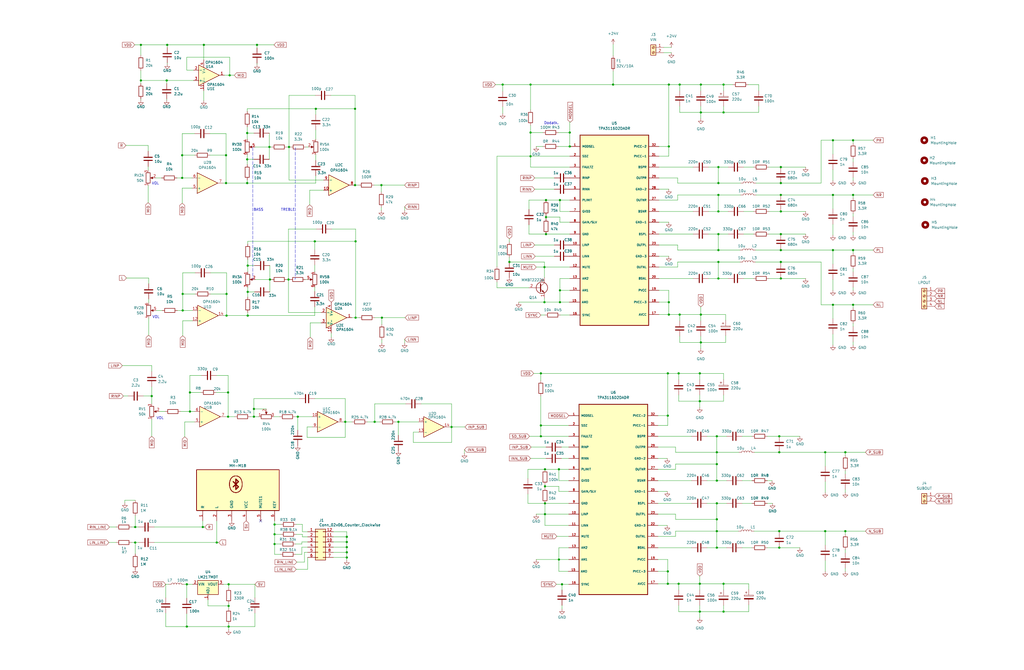
<source format=kicad_sch>
(kicad_sch (version 20211123) (generator eeschema)
  (paper "User" 504.012 329.997)
  (title_block (title "Wzmacniacz TPA3116") (date "2023-11-24") (company "Damian Jarczok, Politechnika Wrocławska"))
  (junction (at 268.224 247.904))
  (junction (at 89.662 76.454))
  (junction (at 353.568 104.14))
  (junction (at 353.568 137.16))
  (junction (at 93.472 193.294))
  (junction (at 352.806 247.904))
  (junction (at 142.24 72.39))
  (junction (at 301.752 41.656))
  (junction (at 356.108 41.656))
  (junction (at 82.296 22.098))
  (junction (at 111.252 76.454))
  (junction (at 353.568 96.012))
  (junction (at 196.088 207.772))
  (junction (at 344.932 55.372))
  (junction (at 112.268 205.232))
  (junction (at 112.522 298.45))
  (junction (at 329.184 154.94))
  (junction (at 344.932 41.656))
  (junction (at 409.956 123.19))
  (junction (at 353.568 115.316))
  (junction (at 112.268 193.294))
  (junction (at 419.862 123.19))
  (junction (at 121.666 65.532))
  (junction (at 106.68 267.208))
  (junction (at 66.548 259.588))
  (junction (at 121.666 78.486))
  (junction (at 93.472 202.692))
  (junction (at 268.224 253.238))
  (junction (at 91.948 287.782))
  (junction (at 384.302 90.17))
  (junction (at 89.916 144.78))
  (junction (at 222.25 210.312))
  (junction (at 356.108 55.372))
  (junction (at 344.932 154.94))
  (junction (at 275.082 231.14))
  (junction (at 352.806 261.62))
  (junction (at 384.302 129.032))
  (junction (at 261.112 76.962))
  (junction (at 247.396 41.656))
  (junction (at 344.424 183.896))
  (junction (at 175.006 118.872))
  (junction (at 353.568 82.296))
  (junction (at 99.822 259.588))
  (junction (at 275.59 98.552))
  (junction (at 266.192 214.884))
  (junction (at 267.97 131.572))
  (junction (at 383.54 269.748))
  (junction (at 261.112 41.656))
  (junction (at 135.128 263.144))
  (junction (at 69.342 22.098))
  (junction (at 352.806 222.758))
  (junction (at 169.926 207.772))
  (junction (at 328.676 204.724))
  (junction (at 329.184 41.656))
  (junction (at 121.666 90.17))
  (junction (at 353.568 123.19))
  (junction (at 406.146 261.62))
  (junction (at 384.302 104.14))
  (junction (at 154.94 118.872))
  (junction (at 384.302 123.19))
  (junction (at 187.706 91.186))
  (junction (at 100.33 22.098))
  (junction (at 406.146 222.758))
  (junction (at 112.522 308.61))
  (junction (at 266.192 209.55))
  (junction (at 91.948 308.61))
  (junction (at 328.676 281.432))
  (junction (at 132.588 72.39))
  (junction (at 384.302 96.012))
  (junction (at 344.424 197.612))
  (junction (at 112.522 287.782))
  (junction (at 353.568 129.032))
  (junction (at 141.986 137.668))
  (junction (at 275.59 143.002))
  (junction (at 419.862 96.012))
  (junction (at 82.042 39.624))
  (junction (at 268.732 106.934))
  (junction (at 276.606 287.782))
  (junction (at 113.03 37.084))
  (junction (at 132.842 137.668))
  (junction (at 275.082 275.59))
  (junction (at 89.916 152.908))
  (junction (at 267.97 148.844))
  (junction (at 170.688 269.494))
  (junction (at 328.676 183.896))
  (junction (at 187.96 156.464))
  (junction (at 384.302 115.316))
  (junction (at 126.492 22.098))
  (junction (at 383.54 222.758))
  (junction (at 416.052 222.758))
  (junction (at 344.932 168.656))
  (junction (at 111.506 144.78))
  (junction (at 334.518 41.656))
  (junction (at 334.518 154.94))
  (junction (at 135.128 267.97))
  (junction (at 352.806 255.778))
  (junction (at 146.558 205.232))
  (junction (at 409.956 96.012))
  (junction (at 268.224 239.522))
  (junction (at 89.662 87.63))
  (junction (at 121.92 130.81))
  (junction (at 329.184 72.136))
  (junction (at 268.732 98.552))
  (junction (at 250.698 129.032))
  (junction (at 352.806 236.728))
  (junction (at 155.448 53.594))
  (junction (at 356.108 301.244))
  (junction (at 419.862 69.088))
  (junction (at 419.862 150.114))
  (junction (at 124.968 201.422))
  (junction (at 170.688 264.414))
  (junction (at 352.806 228.6))
  (junction (at 266.192 183.896))
  (junction (at 275.59 148.844))
  (junction (at 174.752 91.186))
  (junction (at 121.92 143.764))
  (junction (at 334.01 183.896))
  (junction (at 175.006 156.464))
  (junction (at 352.806 214.884))
  (junction (at 174.752 53.594))
  (junction (at 352.806 269.748))
  (junction (at 74.676 195.072))
  (junction (at 66.548 267.208))
  (junction (at 334.01 287.528))
  (junction (at 384.302 82.296))
  (junction (at 261.112 65.278))
  (junction (at 69.342 39.624))
  (junction (at 329.184 148.844))
  (junction (at 353.568 90.17))
  (junction (at 280.416 65.278))
  (junction (at 111.252 90.17))
  (junction (at 409.956 69.088))
  (junction (at 280.416 72.136))
  (junction (at 416.052 261.62))
  (junction (at 383.54 261.62))
  (junction (at 184.404 207.772))
  (junction (at 268.224 231.14))
  (junction (at 135.128 258.318))
  (junction (at 409.956 150.114))
  (junction (at 328.676 287.528))
  (junction (at 124.968 205.232))
  (junction (at 111.506 155.448))
  (junction (at 121.92 155.448))
  (junction (at 344.424 287.528))
  (junction (at 170.688 272.034))
  (junction (at 383.54 214.884))
  (junction (at 344.424 301.244))
  (junction (at 356.108 287.528))
  (junction (at 170.688 266.954))
  (junction (at 268.732 115.316))
  (junction (at 170.688 274.574))
  (junction (at 384.302 137.16))
  (no_connect (at 128.27 256.54))
  (wire (pts (xy 134.874 205.232) (xy 137.668 205.232)))
  (wire (pts (xy 324.358 154.94) (xy 329.184 154.94)))
  (wire (pts (xy 203.454 212.852) (xy 203.454 217.932)))
  (wire (pts (xy 250.698 129.032) (xy 267.97 129.032)))
  (wire (pts (xy 170.688 272.034) (xy 170.688 274.574)))
  (wire (pts (xy 159.258 93.726) (xy 152.4 93.726)))
  (wire (pts (xy 406.146 229.616) (xy 406.146 222.758)))
  (wire (pts (xy 348.742 115.316) (xy 353.568 115.316)))
  (wire (pts (xy 82.042 39.624) (xy 69.342 39.624)))
  (wire (pts (xy 152.654 159.004) (xy 152.654 166.116)))
  (wire (pts (xy 280.416 109.474) (xy 275.59 109.474)))
  (wire (pts (xy 222.25 210.312) (xy 228.854 210.312)))
  (wire (pts (xy 275.59 109.474) (xy 275.59 106.934)))
  (wire (pts (xy 404.114 150.114) (xy 409.956 150.114)))
  (wire (pts (xy 353.568 96.012) (xy 353.568 104.14)))
  (wire (pts (xy 419.862 169.926) (xy 419.862 168.402)))
  (wire (pts (xy 267.97 131.572) (xy 267.97 136.652)))
  (wire (pts (xy 404.114 69.088) (xy 404.114 90.17)))
  (wire (pts (xy 266.192 195.072) (xy 266.192 209.55)))
  (wire (pts (xy 74.676 206.502) (xy 74.676 214.884)))
  (wire (pts (xy 261.112 65.278) (xy 261.112 76.962)))
  (wire (pts (xy 125.476 302.006) (xy 125.476 308.61)))
  (wire (pts (xy 268.732 98.552) (xy 275.59 98.552)))
  (wire (pts (xy 155.448 76.2) (xy 155.448 78.994)))
  (wire (pts (xy 263.144 87.63) (xy 272.796 87.63)))
  (wire (pts (xy 372.11 96.012) (xy 384.302 96.012)))
  (wire (pts (xy 344.932 55.372) (xy 356.108 55.372)))
  (wire (pts (xy 334.01 186.944) (xy 334.01 183.896)))
  (wire (pts (xy 154.94 196.342) (xy 169.926 196.342)))
  (wire (pts (xy 154.94 155.448) (xy 121.92 155.448)))
  (wire (pts (xy 106.68 267.208) (xy 107.696 267.208)))
  (wire (pts (xy 384.302 129.032) (xy 404.114 129.032)))
  (wire (pts (xy 260.35 98.552) (xy 268.732 98.552)))
  (wire (pts (xy 276.352 220.218) (xy 279.908 220.218)))
  (wire (pts (xy 371.094 261.62) (xy 383.54 261.62)))
  (wire (pts (xy 121.92 146.304) (xy 121.92 143.764)))
  (wire (pts (xy 170.688 274.574) (xy 170.688 275.844)))
  (wire (pts (xy 89.662 87.63) (xy 94.488 87.63)))
  (wire (pts (xy 334.01 287.528) (xy 344.424 287.528)))
  (wire (pts (xy 334.01 301.244) (xy 334.01 298.196)))
  (wire (pts (xy 332.486 255.778) (xy 352.806 255.778)))
  (wire (pts (xy 323.85 209.55) (xy 328.676 209.55)))
  (polyline (pts (xy 145.034 137.414) (xy 145.288 137.414)))
  (wire (pts (xy 347.98 247.904) (xy 352.806 247.904)))
  (wire (pts (xy 384.302 103.632) (xy 384.302 104.14)))
  (wire (pts (xy 344.932 58.42) (xy 344.932 55.372)))
  (wire (pts (xy 75.946 267.208) (xy 106.68 267.208)))
  (wire (pts (xy 275.082 275.59) (xy 275.082 281.432)))
  (wire (pts (xy 416.052 222.758) (xy 425.958 222.758)))
  (wire (pts (xy 378.46 115.316) (xy 384.302 115.316)))
  (wire (pts (xy 275.082 269.748) (xy 279.908 269.748)))
  (wire (pts (xy 87.376 152.908) (xy 89.916 152.908)))
  (wire (pts (xy 352.806 269.748) (xy 357.632 269.748)))
  (wire (pts (xy 124.968 205.232) (xy 127.254 205.232)))
  (wire (pts (xy 176.784 156.464) (xy 175.006 156.464)))
  (wire (pts (xy 170.688 269.494) (xy 170.688 272.034)))
  (wire (pts (xy 111.506 144.78) (xy 111.506 155.448)))
  (wire (pts (xy 154.94 141.478) (xy 154.94 143.51)))
  (wire (pts (xy 112.522 297.18) (xy 112.522 298.45)))
  (wire (pts (xy 419.862 115.824) (xy 419.862 114.3)))
  (wire (pts (xy 112.522 287.782) (xy 125.476 287.782)))
  (wire (pts (xy 196.088 207.772) (xy 205.994 207.772)))
  (wire (pts (xy 113.03 37.084) (xy 110.49 37.084)))
  (wire (pts (xy 324.358 93.218) (xy 329.184 93.218)))
  (wire (pts (xy 323.85 242.062) (xy 328.422 242.062)))
  (wire (pts (xy 155.448 53.594) (xy 155.448 56.388)))
  (wire (pts (xy 155.702 112.776) (xy 141.986 112.776)))
  (wire (pts (xy 352.806 236.728) (xy 357.632 236.728)))
  (wire (pts (xy 187.96 156.464) (xy 187.96 159.766)))
  (wire (pts (xy 348.742 104.14) (xy 353.568 104.14)))
  (wire (pts (xy 333.502 131.572) (xy 324.358 131.572)))
  (wire (pts (xy 409.956 102.87) (xy 409.956 96.012)))
  (wire (pts (xy 383.54 269.748) (xy 393.7 269.748)))
  (wire (pts (xy 145.288 205.232) (xy 146.558 205.232)))
  (wire (pts (xy 268.732 106.172) (xy 268.732 106.934)))
  (wire (pts (xy 82.296 23.368) (xy 82.296 22.098)))
  (wire (pts (xy 121.666 88.646) (xy 121.666 90.17)))
  (wire (pts (xy 89.662 76.454) (xy 89.662 87.63)))
  (wire (pts (xy 60.706 195.072) (xy 62.992 195.072)))
  (wire (pts (xy 155.194 46.99) (xy 142.24 46.99)))
  (wire (pts (xy 263.398 126.238) (xy 272.796 126.238)))
  (wire (pts (xy 121.666 65.532) (xy 124.968 65.532)))
  (wire (pts (xy 324.358 76.962) (xy 329.184 76.962)))
  (wire (pts (xy 352.806 247.904) (xy 357.632 247.904)))
  (wire (pts (xy 112.522 308.61) (xy 125.476 308.61)))
  (wire (pts (xy 409.956 88.9) (xy 409.956 83.566)))
  (wire (pts (xy 106.68 256.54) (xy 106.68 267.208)))
  (wire (pts (xy 268.732 106.934) (xy 268.732 107.696)))
  (wire (pts (xy 141.986 137.668) (xy 141.986 153.924)))
  (wire (pts (xy 168.91 207.772) (xy 169.926 207.772)))
  (wire (pts (xy 64.77 267.208) (xy 66.548 267.208)))
  (wire (pts (xy 280.416 60.198) (xy 280.67 60.198)))
  (wire (pts (xy 69.342 22.098) (xy 69.342 27.178)))
  (wire (pts (xy 368.3 41.656) (xy 373.38 41.656)))
  (wire (pts (xy 164.084 274.574) (xy 170.688 274.574)))
  (wire (pts (xy 109.982 287.782) (xy 112.522 287.782)))
  (wire (pts (xy 135.128 267.97) (xy 135.128 273.05)))
  (wire (pts (xy 121.666 90.17) (xy 155.448 90.17)))
  (wire (pts (xy 91.948 34.544) (xy 91.948 28.194)))
  (wire (pts (xy 170.688 264.414) (xy 170.688 266.954)))
  (wire (pts (xy 66.294 22.098) (xy 69.342 22.098)))
  (wire (pts (xy 406.146 281.432) (xy 406.146 276.098)))
  (wire (pts (xy 70.612 195.072) (xy 74.676 195.072)))
  (wire (pts (xy 366.014 137.16) (xy 370.84 137.16)))
  (wire (pts (xy 60.198 180.086) (xy 74.676 180.086)))
  (wire (pts (xy 169.926 207.772) (xy 173.228 207.772)))
  (wire (pts (xy 275.59 104.14) (xy 280.416 104.14)))
  (wire (pts (xy 112.522 308.61) (xy 112.522 307.34)))
  (wire (pts (xy 365.252 269.748) (xy 370.078 269.748)))
  (wire (pts (xy 334.518 55.372) (xy 344.932 55.372)))
  (wire (pts (xy 89.916 144.78) (xy 89.916 152.908)))
  (wire (pts (xy 244.602 141.732) (xy 260.35 141.732)))
  (wire (pts (xy 93.472 193.294) (xy 93.472 202.692)))
  (wire (pts (xy 147.32 196.342) (xy 124.968 196.342)))
  (wire (pts (xy 69.342 34.798) (xy 69.342 39.624)))
  (wire (pts (xy 145.542 273.05) (xy 148.59 273.05)))
  (wire (pts (xy 221.234 210.312) (xy 222.25 210.312)))
  (wire (pts (xy 103.378 65.786) (xy 111.252 65.786)))
  (wire (pts (xy 323.85 258.826) (xy 328.422 258.826)))
  (wire (pts (xy 344.932 154.94) (xy 357.124 154.94)))
  (wire (pts (xy 323.85 264.16) (xy 332.486 264.16)))
  (wire (pts (xy 279.908 242.062) (xy 275.082 242.062)))
  (wire (pts (xy 95.758 207.772) (xy 90.932 207.772)))
  (wire (pts (xy 126.492 22.098) (xy 126.492 23.622)))
  (wire (pts (xy 266.192 214.884) (xy 279.908 214.884)))
  (wire (pts (xy 353.568 90.17) (xy 364.49 90.17)))
  (wire (pts (xy 157.988 159.004) (xy 152.654 159.004)))
  (wire (pts (xy 344.932 168.656) (xy 357.124 168.656)))
  (wire (pts (xy 344.424 304.292) (xy 344.424 301.244)))
  (wire (pts (xy 324.358 115.316) (xy 341.122 115.316)))
  (wire (pts (xy 329.184 41.656) (xy 329.184 72.136)))
  (wire (pts (xy 61.976 71.628) (xy 72.898 71.628)))
  (wire (pts (xy 371.348 222.758) (xy 383.54 222.758)))
  (wire (pts (xy 344.932 44.704) (xy 344.932 41.656)))
  (wire (pts (xy 332.486 222.758) (xy 352.806 222.758)))
  (wire (pts (xy 150.622 72.39) (xy 151.638 72.39)))
  (wire (pts (xy 125.73 137.668) (xy 132.842 137.668)))
  (wire (pts (xy 275.59 137.16) (xy 280.416 137.16)))
  (wire (pts (xy 416.052 261.62) (xy 425.958 261.62)))
  (wire (pts (xy 324.358 72.136) (xy 329.184 72.136)))
  (wire (pts (xy 344.932 168.656) (xy 344.932 165.608)))
  (wire (pts (xy 82.042 39.624) (xy 82.042 41.148)))
  (wire (pts (xy 259.842 235.712) (xy 259.842 231.14)))
  (wire (pts (xy 275.59 143.002) (xy 275.59 148.844)))
  (wire (pts (xy 93.472 184.912) (xy 99.06 184.912)))
  (wire (pts (xy 372.11 90.17) (xy 384.302 90.17)))
  (wire (pts (xy 384.302 96.012) (xy 409.956 96.012)))
  (wire (pts (xy 135.128 263.144) (xy 138.176 263.144)))
  (wire (pts (xy 419.862 151.638) (xy 419.862 150.114)))
  (wire (pts (xy 260.35 103.124) (xy 260.35 98.552)))
  (wire (pts (xy 100.33 22.098) (xy 126.492 22.098)))
  (wire (pts (xy 409.956 156.972) (xy 409.956 150.114)))
  (wire (pts (xy 261.112 82.296) (xy 280.416 82.296)))
  (wire (pts (xy 323.85 247.904) (xy 340.36 247.904)))
  (wire (pts (xy 353.568 115.316) (xy 358.394 115.316)))
  (wire (pts (xy 267.97 131.572) (xy 280.416 131.572)))
  (wire (pts (xy 275.082 281.432) (xy 279.654 281.432)))
  (wire (pts (xy 73.152 156.718) (xy 73.152 165.1)))
  (wire (pts (xy 82.042 49.276) (xy 82.042 48.768)))
  (wire (pts (xy 113.03 28.194) (xy 113.03 37.084)))
  (wire (pts (xy 126.492 31.75) (xy 126.492 31.242)))
  (wire (pts (xy 103.632 134.366) (xy 111.506 134.366)))
  (wire (pts (xy 275.59 143.002) (xy 280.416 143.002)))
  (wire (pts (xy 261.112 41.656) (xy 261.112 54.102)))
  (wire (pts (xy 87.122 87.63) (xy 89.662 87.63)))
  (wire (pts (xy 132.842 137.668) (xy 132.842 143.764)))
  (wire (pts (xy 64.77 259.588) (xy 66.548 259.588)))
  (wire (pts (xy 406.146 268.478) (xy 406.146 261.62)))
  (wire (pts (xy 187.96 167.386) (xy 187.96 168.91)))
  (wire (pts (xy 266.192 209.55) (xy 266.192 214.884)))
  (wire (pts (xy 153.67 210.312) (xy 151.13 210.312)))
  (wire (pts (xy 111.252 65.786) (xy 111.252 76.454)))
  (wire (pts (xy 81.534 302.006) (xy 81.534 308.61)))
  (wire (pts (xy 324.358 126.238) (xy 329.184 126.238)))
  (wire (pts (xy 328.676 281.432) (xy 328.676 287.528)))
  (wire (pts (xy 276.606 299.974) (xy 276.606 298.196)))
  (wire (pts (xy 332.486 261.62) (xy 332.486 264.16)))
  (wire (pts (xy 419.862 106.68) (xy 419.862 105.156)))
  (wire (pts (xy 121.92 153.924) (xy 121.92 155.448)))
  (wire (pts (xy 275.082 236.728) (xy 279.908 236.728)))
  (wire (pts (xy 199.644 198.882) (xy 184.404 198.882)))
  (wire (pts (xy 259.842 231.14) (xy 268.224 231.14)))
  (wire (pts (xy 187.706 102.108) (xy 187.706 103.632)))
  (wire (pts (xy 90.932 207.772) (xy 90.932 215.138)))
  (wire (pts (xy 368.554 301.244) (xy 356.108 301.244)))
  (wire (pts (xy 328.676 287.528) (xy 334.01 287.528)))
  (wire (pts (xy 112.268 184.912) (xy 112.268 193.294)))
  (wire (pts (xy 187.706 91.186) (xy 184.15 91.186)))
  (wire (pts (xy 151.384 274.574) (xy 151.384 280.416)))
  (wire (pts (xy 332.486 228.6) (xy 352.806 228.6)))
  (wire (pts (xy 334.518 168.656) (xy 334.518 165.608)))
  (wire (pts (xy 100.33 22.098) (xy 100.33 29.464)))
  (wire (pts (xy 274.066 264.16) (xy 279.908 264.16)))
  (wire (pts (xy 334.01 290.576) (xy 334.01 287.528)))
  (wire (pts (xy 383.54 222.758) (xy 406.146 222.758)))
  (wire (pts (xy 151.384 280.416) (xy 145.796 280.416)))
  (wire (pts (xy 112.522 298.45) (xy 112.522 299.72)))
  (wire (pts (xy 247.396 41.656) (xy 261.112 41.656)))
  (wire (pts (xy 82.042 39.624) (xy 95.25 39.624)))
  (wire (pts (xy 175.006 156.464) (xy 173.228 156.464)))
  (wire (pts (xy 164.084 261.874) (xy 170.688 261.874)))
  (wire (pts (xy 82.296 31.496) (xy 82.296 30.988)))
  (wire (pts (xy 275.59 98.552) (xy 280.416 98.552)))
  (wire (pts (xy 199.136 103.632) (xy 199.136 101.854)))
  (wire (pts (xy 266.192 183.896) (xy 328.676 183.896)))
  (wire (pts (xy 103.378 76.454) (xy 111.252 76.454)))
  (wire (pts (xy 419.862 69.088) (xy 429.768 69.088)))
  (wire (pts (xy 72.898 91.44) (xy 72.898 99.822)))
  (wire (pts (xy 250.698 126.746) (xy 250.698 129.032)))
  (wire (pts (xy 73.152 147.32) (xy 73.152 149.098)))
  (wire (pts (xy 247.396 41.656) (xy 247.396 44.958)))
  (wire (pts (xy 145.796 263.144) (xy 148.844 263.144)))
  (wire (pts (xy 409.956 130.048) (xy 409.956 123.19)))
  (wire (pts (xy 262.636 183.896) (xy 266.192 183.896)))
  (wire (pts (xy 333.502 90.17) (xy 333.502 87.63)))
  (wire (pts (xy 419.862 124.714) (xy 419.862 123.19)))
  (wire (pts (xy 328.676 183.896) (xy 328.676 204.724)))
  (wire (pts (xy 416.052 233.426) (xy 416.052 231.902)))
  (wire (pts (xy 75.946 259.588) (xy 99.822 259.588)))
  (wire (pts (xy 419.862 79.756) (xy 419.862 78.232)))
  (wire (pts (xy 132.588 65.532) (xy 132.588 72.39)))
  (wire (pts (xy 162.814 46.99) (xy 174.752 46.99)))
  (wire (pts (xy 409.956 96.012) (xy 419.862 96.012)))
  (wire (pts (xy 330.454 23.368) (xy 326.644 23.368)))
  (wire (pts (xy 109.982 155.448) (xy 111.506 155.448)))
  (wire (pts (xy 353.568 123.19) (xy 364.236 123.19)))
  (wire (pts (xy 267.97 148.844) (xy 275.59 148.844)))
  (wire (pts (xy 154.94 118.872) (xy 154.94 122.936)))
  (wire (pts (xy 384.302 122.936) (xy 384.302 123.19)))
  (wire (pts (xy 148.59 267.97) (xy 148.59 266.954)))
  (wire (pts (xy 352.806 214.884) (xy 352.806 222.758)))
  (wire (pts (xy 95.758 76.454) (xy 89.662 76.454)))
  (wire (pts (xy 377.698 236.728) (xy 379.984 236.728)))
  (wire (pts (xy 384.302 129.032) (xy 384.302 129.54)))
  (wire (pts (xy 301.752 35.052) (xy 301.752 41.656)))
  (wire (pts (xy 121.666 54.864) (xy 121.666 53.594)))
  (wire (pts (xy 135.128 258.318) (xy 135.128 263.144)))
  (wire (pts (xy 416.052 242.57) (xy 416.052 241.046)))
  (wire (pts (xy 373.38 55.372) (xy 373.38 52.324)))
  (wire (pts (xy 135.128 267.97) (xy 137.922 267.97)))
  (wire (pts (xy 69.342 39.624) (xy 69.342 41.148)))
  (wire (pts (xy 366.014 115.316) (xy 370.84 115.316)))
  (wire (pts (xy 268.224 247.904) (xy 279.908 247.904)))
  (wire (pts (xy 148.844 263.144) (xy 148.844 264.414)))
  (wire (pts (xy 151.13 215.392) (xy 169.926 215.392)))
  (wire (pts (xy 332.486 222.758) (xy 332.486 220.218)))
  (wire (pts (xy 324.358 82.296) (xy 341.122 82.296)))
  (wire (pts (xy 384.302 90.17) (xy 404.114 90.17)))
  (wire (pts (xy 170.688 261.874) (xy 170.688 264.414)))
  (wire (pts (xy 94.742 157.988) (xy 89.916 157.988)))
  (wire (pts (xy 164.084 264.414) (xy 170.688 264.414)))
  (wire (pts (xy 159.258 88.646) (xy 142.24 88.646)))
  (wire (pts (xy 184.404 198.882) (xy 184.404 207.772)))
  (wire (pts (xy 125.476 72.39) (xy 132.588 72.39)))
  (wire (pts (xy 94.742 287.782) (xy 91.948 287.782)))
  (wire (pts (xy 164.084 272.034) (xy 170.688 272.034)))
  (wire (pts (xy 121.666 78.486) (xy 124.968 78.486)))
  (wire (pts (xy 72.898 82.042) (xy 72.898 83.82)))
  (wire (pts (xy 344.424 186.944) (xy 344.424 183.896)))
  (wire (pts (xy 170.688 266.954) (xy 170.688 269.494)))
  (wire (pts (xy 53.848 259.588) (xy 57.15 259.588)))
  (wire (pts (xy 266.192 209.55) (xy 279.908 209.55)))
  (wire (pts (xy 175.006 156.464) (xy 175.006 118.872)))
  (wire (pts (xy 344.932 55.372) (xy 344.932 52.324)))
  (wire (pts (xy 261.112 41.656) (xy 301.752 41.656)))
  (wire (pts (xy 333.502 90.17) (xy 353.568 90.17)))
  (wire (pts (xy 353.568 104.14) (xy 358.394 104.14)))
  (wire (pts (xy 222.25 198.882) (xy 222.25 210.312)))
  (wire (pts (xy 368.554 287.528) (xy 356.108 287.528)))
  (wire (pts (xy 145.796 258.318) (xy 148.844 258.318)))
  (wire (pts (xy 259.842 247.904) (xy 268.224 247.904)))
  (wire (pts (xy 121.92 127.762) (xy 121.92 130.81)))
  (wire (pts (xy 112.522 308.61) (xy 112.522 310.134)))
  (wire (pts (xy 174.752 91.186) (xy 174.752 53.594)))
  (wire (pts (xy 275.082 242.062) (xy 275.082 239.522)))
  (wire (pts (xy 377.698 247.904) (xy 380.238 247.904)))
  (wire (pts (xy 61.468 246.38) (xy 66.548 246.38)))
  (wire (pts (xy 377.698 269.748) (xy 383.54 269.748)))
  (wire (pts (xy 419.862 143.002) (xy 419.862 141.478)))
  (wire (pts (xy 93.472 193.294) (xy 98.806 193.294)))
  (wire (pts (xy 333.502 120.65) (xy 324.358 120.65)))
  (wire (pts (xy 62.23 136.906) (xy 73.152 136.906)))
  (wire (pts (xy 383.54 261.62) (xy 406.146 261.62)))
  (wire (pts (xy 301.752 41.656) (xy 329.184 41.656)))
  (wire (pts (xy 152.4 93.726) (xy 152.4 100.838)))
  (wire (pts (xy 102.362 298.45) (xy 112.522 298.45)))
  (wire (pts (xy 141.986 137.668) (xy 142.748 137.668)))
  (wire (pts (xy 268.224 253.238) (xy 279.908 253.238)))
  (wire (pts (xy 83.058 287.782) (xy 81.534 287.782)))
  (wire (pts (xy 356.108 44.704) (xy 356.108 41.656)))
  (wire (pts (xy 89.916 152.908) (xy 94.742 152.908)))
  (wire (pts (xy 353.568 129.032) (xy 364.236 129.032)))
  (wire (pts (xy 377.698 214.884) (xy 383.54 214.884)))
  (wire (pts (xy 187.96 156.464) (xy 184.404 156.464)))
  (wire (pts (xy 409.956 169.926) (xy 409.956 164.592)))
  (wire (pts (xy 196.088 207.772) (xy 196.088 214.376)))
  (wire (pts (xy 247.396 52.578) (xy 247.396 55.88)))
  (wire (pts (xy 334.01 183.896) (xy 344.424 183.896)))
  (wire (pts (xy 323.85 220.218) (xy 332.486 220.218)))
  (wire (pts (xy 275.59 148.844) (xy 280.162 148.844)))
  (wire (pts (xy 93.472 202.692) (xy 95.758 202.692)))
  (wire (pts (xy 323.85 253.238) (xy 332.486 253.238)))
  (wire (pts (xy 324.358 109.474) (xy 329.184 109.474)))
  (wire (pts (xy 96.012 134.366) (xy 89.916 134.366)))
  (wire (pts (xy 106.68 184.912) (xy 112.268 184.912)))
  (wire (pts (xy 141.986 112.776) (xy 141.986 137.668)))
  (wire (pts (xy 250.698 117.602) (xy 250.698 119.126)))
  (wire (pts (xy 94.488 92.71) (xy 89.662 92.71)))
  (wire (pts (xy 135.128 258.318) (xy 138.176 258.318)))
  (wire (pts (xy 334.518 157.988) (xy 334.518 154.94)))
  (wire (pts (xy 352.806 255.778) (xy 352.806 261.62)))
  (wire (pts (xy 121.666 68.58) (xy 121.666 65.532)))
  (wire (pts (xy 261.366 220.218) (xy 268.732 220.218)))
  (wire (pts (xy 353.568 129.032) (xy 353.568 137.16)))
  (wire (pts (xy 121.92 120.142) (xy 121.92 118.872)))
  (wire (pts (xy 356.108 301.244) (xy 356.108 298.196)))
  (wire (pts (xy 275.59 98.552) (xy 275.59 104.14)))
  (wire (pts (xy 384.302 82.296) (xy 384.302 82.55)))
  (wire (pts (xy 280.416 65.278) (xy 280.416 72.136)))
  (wire (pts (xy 275.082 269.748) (xy 275.082 275.59)))
  (wire (pts (xy 74.676 195.072) (xy 74.676 198.882)))
  (wire (pts (xy 352.806 261.62) (xy 352.806 269.748)))
  (wire (pts (xy 378.46 82.296) (xy 384.302 82.296)))
  (wire (pts (xy 384.302 123.19) (xy 409.956 123.19)))
  (wire (pts (xy 333.502 129.032) (xy 333.502 131.572)))
  (wire (pts (xy 207.264 198.882) (xy 222.25 198.882)))
  (wire (pts (xy 96.012 144.78) (xy 89.916 144.78)))
  (wire (pts (xy 334.518 55.372) (xy 334.518 52.324)))
  (wire (pts (xy 344.424 290.576) (xy 344.424 287.528)))
  (wire (pts (xy 365.252 236.728) (xy 370.078 236.728)))
  (wire (pts (xy 163.068 166.116) (xy 163.068 164.084)))
  (wire (pts (xy 89.662 92.71) (xy 89.662 100.076)))
  (wire (pts (xy 112.522 289.56) (xy 112.522 287.782)))
  (wire (pts (xy 74.676 182.88) (xy 74.676 180.086)))
  (wire (pts (xy 121.92 143.764) (xy 121.92 141.478)))
  (wire (pts (xy 266.192 155.194) (xy 268.224 155.194)))
  (wire (pts (xy 324.358 104.14) (xy 341.122 104.14)))
  (wire (pts (xy 280.416 60.198) (xy 280.416 65.278)))
  (wire (pts (xy 344.424 301.244) (xy 344.424 298.196)))
  (wire (pts (xy 323.85 204.724) (xy 328.676 204.724)))
  (wire (pts (xy 276.352 225.806) (xy 279.908 225.806)))
  (wire (pts (xy 356.108 55.372) (xy 373.38 55.372)))
  (wire (pts (xy 132.588 72.39) (xy 133.604 72.39)))
  (wire (pts (xy 154.94 130.556) (xy 154.94 133.858)))
  (wire (pts (xy 259.842 243.332) (xy 259.842 247.904)))
  (wire (pts (xy 323.85 281.432) (xy 328.676 281.432)))
  (wire (pts (xy 333.502 96.012) (xy 333.502 98.552)))
  (wire (pts (xy 275.59 137.16) (xy 275.59 143.002)))
  (wire (pts (xy 261.112 82.296) (xy 261.112 76.962)))
  (wire (pts (xy 261.112 225.806) (xy 268.732 225.806)))
  (wire (pts (xy 244.602 138.938) (xy 244.602 141.732)))
  (wire (pts (xy 334.01 301.244) (xy 344.424 301.244)))
  (wire (pts (xy 73.152 139.7) (xy 73.152 136.906)))
  (wire (pts (xy 90.678 287.782) (xy 91.948 287.782)))
  (wire (pts (xy 334.518 44.704) (xy 334.518 41.656)))
  (wire (pts (xy 263.906 131.572) (xy 267.97 131.572)))
  (wire (pts (xy 121.92 118.872) (xy 154.94 118.872)))
  (wire (pts (xy 91.948 308.61) (xy 112.522 308.61)))
  (wire (pts (xy 352.806 214.884) (xy 357.632 214.884)))
  (wire (pts (xy 365.252 214.884) (xy 370.078 214.884)))
  (wire (pts (xy 124.968 201.422) (xy 124.968 205.232)))
  (wire (pts (xy 356.108 197.612) (xy 356.108 194.564)))
  (wire (pts (xy 416.052 281.432) (xy 416.052 279.908)))
  (wire (pts (xy 72.898 74.422) (xy 72.898 71.628)))
  (wire (pts (xy 261.112 65.278) (xy 267.208 65.278)))
  (wire (pts (xy 174.498 91.186) (xy 174.752 91.186)))
  (wire (pts (xy 66.548 267.208) (xy 68.326 267.208)))
  (wire (pts (xy 419.862 96.012) (xy 429.768 96.012)))
  (wire (pts (xy 323.85 269.748) (xy 340.36 269.748)))
  (wire (pts (xy 416.052 272.288) (xy 416.052 270.764)))
  (wire (pts (xy 333.502 96.012) (xy 353.568 96.012)))
  (wire (pts (xy 344.932 157.988) (xy 344.932 154.94)))
  (wire (pts (xy 194.564 207.772) (xy 196.088 207.772)))
  (wire (pts (xy 141.224 72.39) (xy 142.24 72.39)))
  (wire (pts (xy 157.988 153.924) (xy 141.986 153.924)))
  (wire (pts (xy 135.128 263.144) (xy 135.128 267.97)))
  (wire (pts (xy 333.502 129.032) (xy 353.568 129.032)))
  (wire (pts (xy 373.38 44.704) (xy 373.38 41.656)))
  (wire (pts (xy 323.85 236.728) (xy 340.36 236.728)))
  (wire (pts (xy 141.224 137.668) (xy 141.986 137.668)))
  (wire (pts (xy 132.842 137.668) (xy 133.604 137.668)))
  (wire (pts (xy 328.676 183.896) (xy 334.01 183.896)))
  (wire (pts (xy 268.224 238.76) (xy 268.224 239.522)))
  (wire (pts (xy 334.518 168.656) (xy 344.932 168.656)))
  (wire (pts (xy 365.252 247.904) (xy 370.078 247.904)))
  (wire (pts (xy 404.114 150.114) (xy 404.114 129.032)))
  (wire (pts (xy 76.708 87.63) (xy 79.502 87.63)))
  (wire (pts (xy 266.192 183.896) (xy 266.192 187.452)))
  (wire (pts (xy 174.752 91.186) (xy 176.53 91.186)))
  (wire (pts (xy 301.752 21.844) (xy 301.752 27.432)))
  (wire (pts (xy 384.302 115.316) (xy 396.494 115.316)))
  (wire (pts (xy 261.112 61.722) (xy 261.112 65.278)))
  (wire (pts (xy 268.224 253.238) (xy 268.224 247.904)))
  (wire (pts (xy 187.96 156.464) (xy 199.39 156.464)))
  (wire (pts (xy 89.662 65.786) (xy 89.662 76.454)))
  (wire (pts (xy 352.806 261.62) (xy 363.474 261.62)))
  (wire (pts (xy 330.454 25.908) (xy 326.644 25.908)))
  (wire (pts (xy 323.85 225.806) (xy 328.422 225.806)))
  (wire (pts (xy 268.224 239.522) (xy 268.224 240.284)))
  (wire (pts (xy 409.956 115.824) (xy 409.956 110.49)))
  (wire (pts (xy 148.59 266.954) (xy 151.384 266.954)))
  (wire (pts (xy 112.268 193.294) (xy 112.268 205.232)))
  (wire (pts (xy 267.97 148.844) (xy 255.27 148.844)))
  (wire (pts (xy 344.424 197.612) (xy 344.424 194.564)))
  (wire (pts (xy 263.144 93.218) (xy 272.796 93.218)))
  (wire (pts (xy 151.13 210.312) (xy 151.13 215.392)))
  (wire (pts (xy 163.322 112.776) (xy 175.006 112.776)))
  (wire (pts (xy 353.568 96.012) (xy 364.49 96.012)))
  (wire (pts (xy 203.454 217.932) (xy 222.25 217.932)))
  (wire (pts (xy 66.548 272.796) (xy 66.548 267.208)))
  (wire (pts (xy 409.956 143.002) (xy 409.956 137.668)))
  (wire (pts (xy 353.568 82.296) (xy 358.394 82.296)))
  (wire (pts (xy 334.518 154.94) (xy 344.932 154.94)))
  (wire (pts (xy 175.006 112.776) (xy 175.006 118.872)))
  (wire (pts (xy 61.468 246.38) (xy 61.468 247.65)))
  (wire (pts (xy 275.082 239.522) (xy 268.224 239.522)))
  (wire (pts (xy 419.862 133.858) (xy 419.862 132.334)))
  (wire (pts (xy 356.108 183.896) (xy 356.108 186.944)))
  (wire (pts (xy 347.98 269.748) (xy 352.806 269.748)))
  (wire (pts (xy 276.606 290.576) (xy 276.606 287.782)))
  (wire (pts (xy 419.862 70.612) (xy 419.862 69.088)))
  (wire (pts (xy 268.224 258.826) (xy 268.224 253.238)))
  (wire (pts (xy 409.956 75.946) (xy 409.956 69.088)))
  (wire (pts (xy 383.54 222.758) (xy 383.54 222.504)))
  (wire (pts (xy 78.486 202.692) (xy 81.28 202.692)))
  (wire (pts (xy 187.706 91.186) (xy 187.706 94.488)))
  (wire (pts (xy 149.86 272.034) (xy 151.384 272.034)))
  (wire (pts (xy 352.806 247.904) (xy 352.806 255.778)))
  (wire (pts (xy 121.92 143.764) (xy 125.222 143.764)))
  (wire (pts (xy 111.252 76.454) (xy 111.252 90.17)))
  (wire (pts (xy 222.25 210.312) (xy 222.25 217.932)))
  (wire (pts (xy 142.24 72.39) (xy 142.24 88.646)))
  (wire (pts (xy 88.9 202.692) (xy 93.472 202.692)))
  (wire (pts (xy 406.146 261.62) (xy 416.052 261.62)))
  (wire (pts (xy 174.752 46.99) (xy 174.752 53.594)))
  (wire (pts (xy 184.404 207.772) (xy 186.944 207.772)))
  (wire (pts (xy 66.548 254) (xy 66.548 259.588)))
  (wire (pts (xy 121.666 62.484) (xy 121.666 65.532)))
  (wire (pts (xy 419.862 123.19) (xy 429.768 123.19)))
  (wire (pts (xy 352.806 222.758) (xy 363.728 222.758)))
  (wire (pts (xy 268.732 115.316) (xy 280.416 115.316)))
  (wire (pts (xy 328.676 275.59) (xy 328.676 281.432)))
  (wire (pts (xy 419.862 150.114) (xy 429.768 150.114)))
  (wire (pts (xy 344.424 197.612) (xy 356.108 197.612)))
  (wire (pts (xy 155.448 86.614) (xy 155.448 90.17)))
  (wire (pts (xy 53.594 267.208) (xy 57.15 267.208)))
  (wire (pts (xy 69.342 22.098) (xy 82.296 22.098)))
  (wire (pts (xy 102.362 295.402) (xy 102.362 298.45)))
  (wire (pts (xy 148.59 269.494) (xy 151.384 269.494)))
  (wire (pts (xy 323.85 275.59) (xy 328.676 275.59)))
  (wire (pts (xy 267.97 129.032) (xy 267.97 131.572)))
  (wire (pts (xy 347.98 214.884) (xy 352.806 214.884)))
  (wire (pts (xy 69.342 49.276) (xy 69.342 48.768)))
  (wire (pts (xy 353.568 115.316) (xy 353.568 123.19)))
  (wire (pts (xy 146.558 205.232) (xy 153.67 205.232)))
  (wire (pts (xy 135.128 273.05) (xy 137.922 273.05)))
  (wire (pts (xy 99.822 259.588) (xy 100.838 259.588)))
  (wire (pts (xy 419.862 88.9) (xy 419.862 87.376)))
  (wire (pts (xy 243.84 41.656) (xy 247.396 41.656)))
  (wire (pts (xy 275.082 231.14) (xy 279.908 231.14)))
  (wire (pts (xy 164.084 269.494) (xy 170.688 269.494)))
  (wire (pts (xy 352.806 222.758) (xy 352.806 228.6)))
  (wire (pts (xy 110.998 205.232) (xy 112.268 205.232)))
  (wire (pts (xy 333.502 98.552) (xy 324.358 98.552)))
  (wire (pts (xy 148.844 258.318) (xy 148.844 261.874)))
  (wire (pts (xy 352.806 228.6) (xy 352.806 236.728)))
  (wire (pts (xy 348.742 82.296) (xy 353.568 82.296)))
  (wire (pts (xy 356.108 55.372) (xy 356.108 52.324)))
  (wire (pts (xy 100.33 44.704) (xy 100.33 49.53)))
  (wire (pts (xy 135.128 256.54) (xy 135.128 258.318)))
  (wire (pts (xy 99.822 256.54) (xy 99.822 259.588)))
  (wire (pts (xy 125.476 287.782) (xy 125.476 294.386)))
  (wire (pts (xy 132.588 72.39) (xy 132.588 78.486)))
  (wire (pts (xy 89.916 157.988) (xy 89.916 165.354)))
  (wire (pts (xy 263.906 72.136) (xy 267.208 72.136)))
  (wire (pts (xy 334.01 197.612) (xy 334.01 194.564)))
  (wire (pts (xy 155.448 64.008) (xy 155.448 68.58)))
  (wire (pts (xy 74.676 190.5) (xy 74.676 195.072)))
  (wire (pts (xy 111.252 90.17) (xy 121.666 90.17)))
  (wire (pts (xy 357.124 165.354) (xy 357.124 168.656)))
  (wire (pts (xy 332.486 255.778) (xy 332.486 253.238)))
  (wire (pts (xy 91.948 28.194) (xy 113.03 28.194)))
  (wire (pts (xy 175.006 118.872) (xy 154.94 118.872)))
  (wire (pts (xy 93.472 184.912) (xy 93.472 193.294)))
  (wire (pts (xy 368.554 290.322) (xy 368.554 287.528)))
  (wire (pts (xy 409.956 123.19) (xy 419.862 123.19)))
  (wire (pts (xy 368.554 297.942) (xy 368.554 301.244)))
  (wire (pts (xy 275.844 155.194) (xy 280.416 155.194)))
  (wire (pts (xy 145.542 267.97) (xy 148.59 267.97)))
  (wire (pts (xy 384.302 137.16) (xy 396.494 137.16)))
  (wire (pts (xy 344.424 301.244) (xy 356.108 301.244)))
  (wire (pts (xy 187.706 91.186) (xy 199.136 91.186)))
  (wire (pts (xy 334.518 41.656) (xy 344.932 41.656)))
  (wire (pts (xy 66.548 259.588) (xy 68.326 259.588)))
  (wire (pts (xy 148.59 273.05) (xy 148.59 269.494)))
  (wire (pts (xy 344.424 200.66) (xy 344.424 197.612)))
  (wire (pts (xy 347.98 236.728) (xy 352.806 236.728)))
  (wire (pts (xy 244.602 76.962) (xy 261.112 76.962)))
  (wire (pts (xy 263.144 120.65) (xy 272.796 120.65)))
  (wire (pts (xy 356.108 287.528) (xy 356.108 290.576)))
  (wire (pts (xy 263.906 253.238) (xy 268.224 253.238)))
  (wire (pts (xy 334.01 197.612) (xy 344.424 197.612)))
  (wire (pts (xy 180.848 207.772) (xy 184.404 207.772)))
  (wire (pts (xy 82.296 22.098) (xy 100.33 22.098)))
  (wire (pts (xy 123.19 205.232) (xy 124.968 205.232)))
  (wire (pts (xy 344.424 183.896) (xy 356.108 183.896)))
  (wire (pts (xy 267.97 146.812) (xy 267.97 148.844)))
  (wire (pts (xy 260.604 214.884) (xy 266.192 214.884)))
  (wire (pts (xy 261.112 76.962) (xy 280.416 76.962)))
  (wire (pts (xy 228.6 223.266) (xy 228.6 221.488)))
  (polyline (pts (xy 124.46 72.644) (xy 124.46 137.668)))
  (wire (pts (xy 113.03 37.084) (xy 115.316 37.084)))
  (wire (pts (xy 371.856 129.032) (xy 384.302 129.032)))
  (wire (pts (xy 91.948 302.26) (xy 91.948 308.61)))
  (wire (pts (xy 333.502 87.63) (xy 324.358 87.63)))
  (wire (pts (xy 419.862 160.782) (xy 419.862 159.258)))
  (wire (pts (xy 111.506 155.448) (xy 121.92 155.448)))
  (wire (pts (xy 149.86 276.86) (xy 149.86 272.034)))
  (wire (pts (xy 353.568 137.16) (xy 358.394 137.16)))
  (wire (pts (xy 383.54 261.62) (xy 383.54 262.128)))
  (wire (pts (xy 416.052 224.282) (xy 416.052 222.758)))
  (wire (pts (xy 332.486 261.62) (xy 352.806 261.62)))
  (wire (pts (xy 366.014 104.14) (xy 370.84 104.14)))
  (wire (pts (xy 148.844 261.874) (xy 151.384 261.874)))
  (wire (pts (xy 323.85 231.14) (xy 332.486 231.14)))
  (wire (pts (xy 378.46 137.16) (xy 384.302 137.16)))
  (wire (pts (xy 273.812 287.782) (xy 276.606 287.782)))
  (wire (pts (xy 268.224 258.826) (xy 279.908 258.826)))
  (wire (pts (xy 263.906 275.59) (xy 275.082 275.59)))
  (wire (pts (xy 329.184 154.94) (xy 334.518 154.94)))
  (wire (pts (xy 419.862 97.536) (xy 419.862 96.012)))
  (wire (pts (xy 344.932 171.704) (xy 344.932 168.656)))
  (wire (pts (xy 404.114 69.088) (xy 409.956 69.088)))
  (wire (pts (xy 164.084 266.954) (xy 170.688 266.954)))
  (wire (pts (xy 275.082 231.14) (xy 275.082 236.728)))
  (wire (pts (xy 333.502 123.19) (xy 353.568 123.19)))
  (wire (pts (xy 91.948 287.782) (xy 91.948 294.64)))
  (wire (pts (xy 416.052 263.144) (xy 416.052 261.62)))
  (wire (pts (xy 146.558 205.232) (xy 146.558 211.836)))
  (wire (pts (xy 323.85 287.528) (xy 328.676 287.528)))
  (wire (pts (xy 150.368 137.668) (xy 151.13 137.668)))
  (wire (pts (xy 328.676 204.724) (xy 328.676 209.55)))
  (wire (pts (xy 124.968 196.342) (xy 124.968 201.422)))
  (wire (pts (xy 333.502 123.19) (xy 333.502 120.65)))
  (wire (pts (xy 81.534 308.61) (xy 91.948 308.61)))
  (wire (pts (xy 111.506 134.366) (xy 111.506 144.78)))
  (wire (pts (xy 169.926 196.342) (xy 169.926 207.772)))
  (wire (pts (xy 76.962 152.908) (xy 79.756 152.908)))
  (wire (pts (xy 95.25 34.544) (xy 91.948 34.544)))
  (wire (pts (xy 205.994 212.852) (xy 203.454 212.852)))
  (wire (pts (xy 329.184 143.002) (xy 329.184 148.844)))
  (wire (pts (xy 274.828 72.136) (xy 280.416 72.136)))
  (wire (pts (xy 199.136 168.91) (xy 199.136 167.132)))
  (wire (pts (xy 124.968 201.422) (xy 131.064 201.422)))
  (wire (pts (xy 121.666 53.594) (xy 155.448 53.594)))
  (wire (pts (xy 384.302 104.14) (xy 396.494 104.14)))
  (wire (pts (xy 146.05 276.86) (xy 149.86 276.86)))
  (wire (pts (xy 384.302 82.296) (xy 396.494 82.296)))
  (wire (pts (xy 112.268 205.232) (xy 115.57 205.232)))
  (wire (pts (xy 155.448 53.594) (xy 174.752 53.594)))
  (wire (pts (xy 344.424 287.528) (xy 356.108 287.528)))
  (wire (pts (xy 268.224 231.14) (xy 275.082 231.14)))
  (polyline (pts (xy 145.288 72.644) (xy 145.288 137.414)))
  (wire (pts (xy 378.46 104.14) (xy 384.302 104.14)))
  (wire (pts (xy 366.014 82.296) (xy 370.84 82.296)))
  (wire (pts (xy 121.92 133.858) (xy 121.92 130.81)))
  (wire (pts (xy 353.568 82.296) (xy 353.568 90.17)))
  (wire (pts (xy 142.24 46.99) (xy 142.24 72.39)))
  (wire (pts (xy 109.728 90.17) (xy 111.252 90.17)))
  (wire (pts (xy 121.92 130.81) (xy 125.222 130.81)))
  (wire (pts (xy 274.828 65.278) (xy 280.416 65.278)))
  (wire (pts (xy 244.602 76.962) (xy 244.602 131.318)))
  (wire (pts (xy 344.932 41.656) (xy 356.108 41.656)))
  (wire (pts (xy 103.632 144.78) (xy 111.506 144.78)))
  (wire (pts (xy 383.54 214.884) (xy 393.7 214.884)))
  (wire (pts (xy 132.842 130.81) (xy 132.842 137.668)))
  (wire (pts (xy 81.534 287.782) (xy 81.534 294.386)))
  (wire (pts (xy 324.358 143.002) (xy 329.184 143.002)))
  (wire (pts (xy 126.492 22.098) (xy 134.874 22.098)))
  (wire (pts (xy 329.184 148.844) (xy 329.184 154.94)))
  (wire (pts (xy 332.486 228.6) (xy 332.486 231.14)))
  (wire (pts (xy 169.926 207.772) (xy 169.926 215.392)))
  (wire (pts (xy 348.742 137.16) (xy 353.568 137.16)))
  (wire (pts (xy 344.932 151.13) (xy 344.932 154.94)))
  (wire (pts (xy 371.856 123.19) (xy 384.302 123.19)))
  (wire (pts (xy 154.94 151.13) (xy 154.94 155.448)))
  (wire (pts (xy 324.358 137.16) (xy 341.122 137.16)))
  (wire (pts (xy 357.124 157.734) (xy 357.124 154.94)))
  (wire (pts (xy 148.844 264.414) (xy 151.384 264.414)))
  (wire (pts (xy 275.082 275.59) (xy 279.908 275.59)))
  (wire (pts (xy 324.358 148.844) (xy 329.184 148.844)))
  (wire (pts (xy 356.108 41.656) (xy 360.68 41.656)))
  (wire (pts (xy 406.146 222.758) (xy 416.052 222.758)))
  (wire (pts (xy 106.426 193.294) (xy 112.268 193.294)))
  (wire (pts (xy 95.758 65.786) (xy 89.662 65.786)))
  (wire (pts (xy 329.184 41.656) (xy 334.518 41.656)))
  (wire (pts (xy 344.424 283.718) (xy 344.424 287.528)))
  (wire (pts (xy 89.916 134.366) (xy 89.916 144.78)))
  (wire (pts (xy 276.606 287.782) (xy 279.908 287.782)))
  (wire (pts (xy 409.956 69.088) (xy 419.862 69.088)))
  (wire (pts (xy 121.666 81.026) (xy 121.666 78.486)))
  (wire (pts (xy 121.666 78.486) (xy 121.666 76.2)))
  (wire (pts (xy 260.35 110.744) (xy 260.35 115.316)))
  (wire (pts (xy 142.24 72.39) (xy 143.002 72.39)))
  (wire (pts (xy 275.59 106.934) (xy 268.732 106.934)))
  (wire (pts (xy 409.956 150.114) (xy 419.862 150.114)))
  (wire (pts (xy 323.85 214.884) (xy 340.36 214.884)))
  (wire (pts (xy 260.35 115.316) (xy 268.732 115.316)))
  (wire (pts (xy 406.146 242.57) (xy 406.146 237.236)))
  (wire (pts (xy 329.184 72.136) (xy 329.184 76.962)))
  (text "VOL" (at 74.93 156.972 0) (effects (font (size 1.27 1.27)) (justify left bottom)))
  (text "TREBLE" (at 138.176 104.14 0) (effects (font (size 1.27 1.27)) (justify left bottom)))
  (text "Dodatk.\n" (at 267.716 61.468 0) (effects (font (size 1.27 1.27)) (justify left bottom)))
  (text "BASS" (at 124.714 104.14 0) (effects (font (size 1.27 1.27)) (justify left bottom)))
  (text "VOL" (at 74.676 91.186 0) (effects (font (size 1.27 1.27)) (justify left bottom)))
  (text "VOL" (at 76.962 206.756 0) (effects (font (size 1.27 1.27)) (justify left bottom)))
  (global_label "MID" (shape input) (at 90.932 215.138 270) (property "Intersheet References" "${INTERSHEET_REFS}" (effects hide)))
  (global_label "VDD" (shape input) (at 81.534 287.782 180) (property "Intersheet References" "${INTERSHEET_REFS}" (effects hide)))
  (global_label "MID" (shape input) (at 89.916 165.354 270) (property "Intersheet References" "${INTERSHEET_REFS}" (effects hide)))
  (global_label "SYNC" (shape input) (at 266.192 155.194 180) (property "Intersheet References" "${INTERSHEET_REFS}" (effects hide)))
  (global_label "VDD" (shape input) (at 344.932 151.13 90) (property "Intersheet References" "${INTERSHEET_REFS}" (effects hide)))
  (global_label "N_SUB" (shape input) (at 459.994 246.888 0) (property "Intersheet References" "${INTERSHEET_REFS}" (effects hide)))
  (global_label "RIN_LINE" (shape input) (at 53.848 259.588 180) (property "Intersheet References" "${INTERSHEET_REFS}" (effects hide)))
  (global_label "R" (shape input) (at 61.976 71.628 180) (property "Intersheet References" "${INTERSHEET_REFS}" (effects hide)))
  (global_label "5V" (shape input) (at 125.476 287.782 0) (property "Intersheet References" "${INTERSHEET_REFS}" (effects hide)))
  (global_label "MID" (shape input) (at 74.676 214.884 270) (property "Intersheet References" "${INTERSHEET_REFS}" (effects hide)))
  (global_label "N_SUB" (shape input) (at 425.958 261.62 0) (property "Intersheet References" "${INTERSHEET_REFS}" (effects hide)))
  (global_label "L" (shape input) (at 62.23 136.906 180) (property "Intersheet References" "${INTERSHEET_REFS}" (effects hide)))
  (global_label "5V" (shape input) (at 121.158 256.54 270) (property "Intersheet References" "${INTERSHEET_REFS}" (effects hide)))
  (global_label "VDD" (shape input) (at 134.874 22.098 0) (property "Intersheet References" "${INTERSHEET_REFS}" (effects hide)))
  (global_label "LINN" (shape input) (at 199.136 167.132 0) (property "Intersheet References" "${INTERSHEET_REFS}" (effects hide)))
  (global_label "LIN_LINE" (shape input) (at 145.796 280.416 180) (property "Intersheet References" "${INTERSHEET_REFS}" (effects hide)))
  (global_label "MODSEL" (shape input) (at 280.67 60.198 90) (property "Intersheet References" "${INTERSHEET_REFS}" (effects hide)))
  (global_label "RINP" (shape input) (at 199.136 91.186 0) (property "Intersheet References" "${INTERSHEET_REFS}" (effects hide)))
  (global_label "SD_SUB" (shape input) (at 260.604 214.884 180) (property "Intersheet References" "${INTERSHEET_REFS}" (effects hide)))
  (global_label "VDD" (shape input) (at 163.068 148.844 90) (property "Intersheet References" "${INTERSHEET_REFS}" (effects hide)))
  (global_label "PR" (shape input) (at 459.994 143.256 0) (property "Intersheet References" "${INTERSHEET_REFS}" (effects hide)))
  (global_label "MODSEL" (shape input) (at 279.908 204.724 180) (property "Intersheet References" "${INTERSHEET_REFS}" (effects hide)))
  (global_label "LINP" (shape input) (at 60.198 180.086 180) (property "Intersheet References" "${INTERSHEET_REFS}" (effects hide)))
  (global_label "MID" (shape input) (at 152.4 100.838 270) (property "Intersheet References" "${INTERSHEET_REFS}" (effects hide)))
  (global_label "MUTE" (shape input) (at 263.906 131.572 180) (property "Intersheet References" "${INTERSHEET_REFS}" (effects hide)))
  (global_label "LINP" (shape input) (at 199.39 156.464 0) (property "Intersheet References" "${INTERSHEET_REFS}" (effects hide)))
  (global_label "VDD" (shape input) (at 243.84 41.656 180) (property "Intersheet References" "${INTERSHEET_REFS}" (effects hide)))
  (global_label "R" (shape input) (at 100.838 259.588 0) (property "Intersheet References" "${INTERSHEET_REFS}" (effects hide)))
  (global_label "VDD" (shape input) (at 66.294 22.098 180) (property "Intersheet References" "${INTERSHEET_REFS}" (effects hide)))
  (global_label "NR" (shape input) (at 429.768 96.012 0) (property "Intersheet References" "${INTERSHEET_REFS}" (effects hide)))
  (global_label "RIN_LINE" (shape input) (at 146.05 276.86 180) (property "Intersheet References" "${INTERSHEET_REFS}" (effects hide)))
  (global_label "RINN" (shape input) (at 199.136 101.854 0) (property "Intersheet References" "${INTERSHEET_REFS}" (effects hide)))
  (global_label "MID" (shape input) (at 73.152 165.1 270) (property "Intersheet References" "${INTERSHEET_REFS}" (effects hide)))
  (global_label "RINP" (shape input) (at 263.144 87.63 180) (property "Intersheet References" "${INTERSHEET_REFS}" (effects hide)))
  (global_label "PL" (shape input) (at 429.768 123.19 0) (property "Intersheet References" "${INTERSHEET_REFS}" (effects hide)))
  (global_label "VDD" (shape input) (at 262.636 183.896 180) (property "Intersheet References" "${INTERSHEET_REFS}" (effects hide)))
  (global_label "MUTE" (shape input) (at 274.066 264.16 180) (property "Intersheet References" "${INTERSHEET_REFS}" (effects hide)))
  (global_label "P_SUB" (shape input) (at 425.958 222.758 0) (property "Intersheet References" "${INTERSHEET_REFS}" (effects hide)))
  (global_label "RINP" (shape input) (at 60.706 195.072 180) (property "Intersheet References" "${INTERSHEET_REFS}" (effects hide)))
  (global_label "NR" (shape input) (at 459.994 145.796 0) (property "Intersheet References" "${INTERSHEET_REFS}" (effects hide)))
  (global_label "INN_SUB" (shape input) (at 228.6 221.488 0) (property "Intersheet References" "${INTERSHEET_REFS}" (effects hide)))
  (global_label "NL" (shape input) (at 459.994 148.336 0) (property "Intersheet References" "${INTERSHEET_REFS}" (effects hide)))
  (global_label "MID" (shape input) (at 89.662 100.076 270) (property "Intersheet References" "${INTERSHEET_REFS}" (effects hide)))
  (global_label "MID" (shape input) (at 115.316 37.084 0) (property "Intersheet References" "${INTERSHEET_REFS}" (effects hide)))
  (global_label "VDD" (shape input) (at 344.424 283.718 90) (property "Intersheet References" "${INTERSHEET_REFS}" (effects hide)))
  (global_label "LINP" (shape input) (at 263.144 120.65 180) (property "Intersheet References" "${INTERSHEET_REFS}" (effects hide)))
  (global_label "SYNC" (shape input) (at 273.812 287.782 180) (property "Intersheet References" "${INTERSHEET_REFS}" (effects hide)))
  (global_label "MID" (shape input) (at 72.898 99.822 270) (property "Intersheet References" "${INTERSHEET_REFS}" (effects hide)))
  (global_label "L" (shape input) (at 107.696 267.208 0) (property "Intersheet References" "${INTERSHEET_REFS}" (effects hide)))
  (global_label "INN_SUB" (shape input) (at 261.112 225.806 180) (property "Intersheet References" "${INTERSHEET_REFS}" (effects hide)))
  (global_label "INP_SUB" (shape input) (at 261.366 220.218 180) (property "Intersheet References" "${INTERSHEET_REFS}" (effects hide)))
  (global_label "LIN_LINE" (shape input) (at 53.594 267.208 180) (property "Intersheet References" "${INTERSHEET_REFS}" (effects hide)))
  (global_label "LINN" (shape input) (at 263.398 126.238 180) (property "Intersheet References" "${INTERSHEET_REFS}" (effects hide)))
  (global_label "MID" (shape input) (at 152.654 166.116 270) (property "Intersheet References" "${INTERSHEET_REFS}" (effects hide)))
  (global_label "INP_SUB" (shape input) (at 228.854 210.312 0) (property "Intersheet References" "${INTERSHEET_REFS}" (effects hide)))
  (global_label "PR" (shape input) (at 429.768 69.088 0) (property "Intersheet References" "${INTERSHEET_REFS}" (effects hide)))
  (global_label "RINN" (shape input) (at 263.144 93.218 180) (property "Intersheet References" "${INTERSHEET_REFS}" (effects hide)))
  (global_label "PL" (shape input) (at 459.994 150.876 0) (property "Intersheet References" "${INTERSHEET_REFS}" (effects hide)))
  (global_label "NL" (shape input) (at 429.768 150.114 0) (property "Intersheet References" "${INTERSHEET_REFS}" (effects hide)))
  (global_label "P_SUB" (shape input) (at 459.994 244.348 0) (property "Intersheet References" "${INTERSHEET_REFS}" (effects hide)))
  (global_label "VDD" (shape input) (at 250.698 117.602 90) (property "Intersheet References" "${INTERSHEET_REFS}" (effects hide)))
  (symbol (lib_id "Device:R") (at 112.522 293.37 0) (unit 1)
    (property "Reference" "R23" (at 115.062 292.0999 0) (effects (justify left)))
    (property "Value" "330R" (at 115.062 294.6399 0) (effects (justify left)))
    (property "Footprint" "Resistor_SMD:R_0805_2012Metric" (effects hide))
  )
  (symbol (lib_id "Device:R") (at 419.862 155.448 0) (unit 1)
    (property "Reference" "R60" (at 422.148 154.1779 0) (effects (justify left)))
    (property "Value" "3.3R" (at 422.148 156.7179 0) (effects (justify left)))
    (property "Footprint" "Resistor_SMD:R_0805_2012Metric" (effects hide))
  )
  (symbol (lib_id "RF_Bluetooth:BTM222") (at 113.538 229.108 0) (unit 1)
    (property "Reference" "U3" (at 114.554 227.076 0) (effects (justify left)))
    (property "Value" "MH-M18" (at 112.776 229.362 0) (effects (justify left)))
    (property "Footprint" "BM20:BM20" (effects hide))
    (property "Datasheet" "https://www.tme.eu/de/Document/b90358c53cd65c9b10d2914f55812666/btm222_datasheet.pdf" (effects hide))
  )
  (symbol (lib_id "Device:C") (at 416.052 276.098 0) (unit 1)
    (property "Reference" "C84" (at 419.354 274.8279 0) (effects (justify left)))
    (property "Value" "10n" (at 419.354 277.3679 0) (effects (justify left)))
    (property "Footprint" "Capacitor_SMD:C_1206_3216Metric" (effects hide))
  )
  (symbol (lib_id "Device:C") (at 344.932 82.296 90) (unit 1)
    (property "Reference" "C50" (at 347.98 79.756 90))
    (property "Value" "220n" (at 341.122 79.756 90))
    (property "Footprint" "Capacitor_SMD:C_0805_2012Metric" (effects hide))
  )
  (symbol (lib_id "power:GND") (at 61.468 247.65 0) (mirror y) (unit 1)
    (property "Reference" "#PWR08" (effects hide))
    (property "Value" "GND" (at 59.436 251.206 0) (effects (justify right)))
  )
  (symbol (lib_id "Device:R") (at 146.558 137.668 90) (unit 1)
    (property "Reference" "R21" (at 147.574 131.826 90))
    (property "Value" "3.3k" (at 147.574 134.366 90))
    (property "Footprint" "Resistor_SMD:R_0805_2012Metric" (effects hide))
  )
  (symbol (lib_id "Device:C") (at 383.54 265.938 0) (unit 1)
    (property "Reference" "C72" (at 386.842 264.668 0) (effects (justify left)))
    (property "Value" "1u" (at 386.842 267.208 0) (effects (justify left)))
    (property "Footprint" "Capacitor_SMD:C_2220_5650Metric" (effects hide))
  )
  (symbol (lib_id "power:GND") (at 419.862 143.002 0) (unit 1)
    (property "Reference" "#PWR064" (effects hide))
    (property "Value" "GND" (at 422.402 144.2719 0) (effects (justify left)))
  )
  (symbol (lib_id "Device:C") (at 91.948 298.45 0) (unit 1)
    (property "Reference" "C17" (at 92.964 296.418 0) (effects (justify left)))
    (property "Value" "100n" (at 93.218 300.99 0) (effects (justify left)))
    (property "Footprint" "Capacitor_SMD:C_1206_3216Metric" (effects hide))
  )
  (symbol (lib_id "Device:C") (at 125.476 298.196 0) (unit 1)
    (property "Reference" "C24" (at 121.412 296.164 0) (effects (justify left)))
    (property "Value" "1u" (at 121.92 300.228 0) (effects (justify left)))
    (property "Footprint" "Capacitor_SMD:C_1206_3216Metric" (effects hide))
  )
  (symbol (lib_id "power:GND") (at 409.956 143.002 0) (unit 1)
    (property "Reference" "#PWR058" (effects hide))
    (property "Value" "GND" (at 412.496 144.2719 0) (effects (justify left)))
  )
  (symbol (lib_id "Device:C") (at 196.088 218.186 180) (unit 1)
    (property "Reference" "C25" (at 193.548 221.742 90))
    (property "Value" "220n" (at 193.548 214.376 90))
    (property "Footprint" "Capacitor_SMD:C_0805_2012Metric" (effects hide))
  )
  (symbol (lib_id "Device:R") (at 261.112 57.912 0) (unit 1)
    (property "Reference" "R36" (at 256.032 56.388 0) (effects (justify left)))
    (property "Value" "100k" (at 255.016 59.436 0) (effects (justify left)))
    (property "Footprint" "Resistor_SMD:R_0805_2012Metric" (effects hide))
  )
  (symbol (lib_id "power:GND") (at 263.906 275.59 0) (unit 1)
    (property "Reference" "#PWR031" (effects hide))
    (property "Value" "GND" (at 263.906 279.146 0))
  )
  (symbol (lib_id "power:GND") (at 329.184 126.238 0) (unit 1)
    (property "Reference" "#PWR039" (effects hide))
    (property "Value" "GND" (at 329.184 130.048 0))
  )
  (symbol (lib_id "Device:C") (at 344.424 294.386 0) (unit 1)
    (property "Reference" "C56" (at 347.98 293.1159 0) (effects (justify left)))
    (property "Value" "100n" (at 347.98 295.656 0) (effects (justify left)))
    (property "Footprint" "Capacitor_SMD:C_1206_3216Metric" (effects hide))
  )
  (symbol (lib_id "Device:R") (at 141.986 258.318 90) (unit 1)
    (property "Reference" "R33" (at 139.7 256.032 90))
    (property "Value" "0R" (at 144.272 256.032 90))
    (property "Footprint" "Resistor_SMD:R_0805_2012Metric" (effects hide))
  )
  (symbol (lib_id "Amplifier_Operational:OPA1604") (at 102.87 37.084 0) (mirror x) (unit 1)
    (property "Reference" "U1" (at 103.124 32.766 0))
    (property "Value" "OPA1604" (at 105.41 30.734 0))
    (property "Footprint" "Package_SO:SOIC-14_3.9x8.7mm_P1.27mm" (effects hide))
    (property "Datasheet" "http://www.ti.com/lit/ds/symlink/opa1604.pdf" (effects hide))
  )
  (symbol (lib_id "power:GND") (at 396.494 104.14 0) (unit 1)
    (property "Reference" "#PWR051" (effects hide))
    (property "Value" "GND" (at 396.494 107.95 0))
  )
  (symbol (lib_id "Device:C_Polarized") (at 356.108 190.754 0) (unit 1)
    (property "Reference" "C58" (at 359.664 188.5949 0) (effects (justify left)))
    (property "Value" "220u" (at 359.664 191.1349 0) (effects (justify left)))
    (property "Footprint" "Capacitor_SMD:CP_Elec_10x10" (effects hide))
  )
  (symbol (lib_id "Device:L") (at 367.538 222.758 90) (unit 1)
    (property "Reference" "L4" (at 370.84 220.726 90))
    (property "Value" "10u" (at 364.49 220.726 90))
    (property "Footprint" "BM20:Dlawik" (effects hide))
  )
  (symbol (lib_id "Connector:Screw_Terminal_01x02") (at 321.564 23.368 0) (mirror y) (unit 1)
    (property "Reference" "J3" (at 321.564 17.018 0))
    (property "Value" "VIN" (at 321.564 19.558 0))
    (property "Footprint" "BM20:Screw 2" (effects hide))
  )
  (symbol (lib_id "Device:R") (at 373.888 236.728 90) (unit 1)
    (property "Reference" "R48" (at 376.428 234.188 90))
    (property "Value" "10R" (at 371.348 234.188 90))
    (property "Footprint" "Resistor_SMD:R_0805_2012Metric" (effects hide))
  )
  (symbol (lib_id "power:GND") (at 276.606 299.974 0) (unit 1)
    (property "Reference" "#PWR032" (effects hide))
    (property "Value" "GND" (at 276.606 304.038 0))
  )
  (symbol (lib_id "power:+24V") (at 330.454 23.368 0) (unit 1)
    (property "Reference" "#PWR040" (effects hide))
    (property "Value" "+24V" (at 330.454 17.78 0))
  )
  (symbol (lib_id "Device:C") (at 361.442 236.728 90) (unit 1)
    (property "Reference" "C62" (at 364.49 234.188 90))
    (property "Value" "330p" (at 357.378 234.188 90))
    (property "Footprint" "Capacitor_SMD:C_0805_2012Metric" (effects hide))
  )
  (symbol (lib_id "Device:R") (at 374.65 115.316 90) (unit 1)
    (property "Reference" "R53" (at 377.19 112.776 90))
    (property "Value" "10R" (at 372.11 112.776 90))
    (property "Footprint" "Resistor_SMD:R_0805_2012Metric" (effects hide))
  )
  (symbol (lib_id "Device:C") (at 361.442 214.884 90) (unit 1)
    (property "Reference" "C61" (at 364.49 212.344 90))
    (property "Value" "330p" (at 357.632 212.344 90))
    (property "Footprint" "Capacitor_SMD:C_0805_2012Metric" (effects hide))
  )
  (symbol (lib_id "Amplifier_Operational:OPA1604") (at 102.87 37.084 0) (unit 5)
    (property "Reference" "U1" (at 101.854 43.688 0) (effects (justify left)))
    (property "Value" "OPA1604" (at 101.854 41.656 0) (effects (justify left)))
    (property "Footprint" "Package_SO:SOIC-14_3.9x8.7mm_P1.27mm" (effects hide))
    (property "Datasheet" "http://www.ti.com/lit/ds/symlink/opa1604.pdf" (effects hide))
  )
  (symbol (lib_id "Amplifier_Operational:OPA1604") (at 103.378 205.232 0) (mirror x) (unit 2)
    (property "Reference" "U1" (at 102.362 200.66 0))
    (property "Value" "OPA1604" (at 104.648 198.628 0))
    (property "Footprint" "Package_SO:SOIC-14_3.9x8.7mm_P1.27mm" (effects hide))
    (property "Datasheet" "http://www.ti.com/lit/ds/symlink/opa1604.pdf" (effects hide))
  )
  (symbol (lib_id "Device:L") (at 368.3 90.17 90) (unit 1)
    (property "Reference" "L5" (at 371.602 88.138 90))
    (property "Value" "10u" (at 365.252 88.138 90))
    (property "Footprint" "BM20:Dlawik" (effects hide))
  )
  (symbol (lib_id "Device:C") (at 276.606 126.238 90) (unit 1)
    (property "Reference" "C39" (at 279.654 123.698 90))
    (property "Value" "1u" (at 273.558 123.698 90))
    (property "Footprint" "Capacitor_SMD:C_2220_5650Metric" (effects hide))
  )
  (symbol (lib_id "Device:R") (at 419.862 74.422 0) (unit 1)
    (property "Reference" "R57" (at 422.148 73.1519 0) (effects (justify left)))
    (property "Value" "3.3R" (at 422.148 75.6919 0) (effects (justify left)))
    (property "Footprint" "Resistor_SMD:R_0805_2012Metric" (effects hide))
  )
  (symbol (lib_id "power:GND") (at 344.932 171.704 0) (unit 1)
    (property "Reference" "#PWR043" (effects hide))
    (property "Value" "GND" (at 344.932 176.784 0))
  )
  (symbol (lib_id "Device:R") (at 266.192 191.262 0) (unit 1)
    (property "Reference" "R37" (at 267.97 189.9919 0) (effects (justify left)))
    (property "Value" "100k" (at 267.97 192.5319 0) (effects (justify left)))
    (property "Footprint" "Resistor_SMD:R_0805_2012Metric" (effects hide))
  )
  (symbol (lib_id "Device:C") (at 259.842 239.522 0) (unit 1)
    (property "Reference" "C33" (at 263.144 238.2519 0) (effects (justify left)))
    (property "Value" "1u" (at 264.16 240.792 0) (effects (justify left)))
    (property "Footprint" "Capacitor_SMD:C_1206_3216Metric" (effects hide))
  )
  (symbol (lib_id "Device:C") (at 362.204 82.296 90) (unit 1)
    (property "Reference" "C65" (at 365.252 79.756 90))
    (property "Value" "330p" (at 358.648 79.756 90))
    (property "Footprint" "Capacitor_SMD:C_0805_2012Metric" (effects hide))
  )
  (symbol (lib_id "Device:C") (at 276.606 87.63 90) (unit 1)
    (property "Reference" "C36" (at 279.654 85.09 90))
    (property "Value" "1u" (at 273.558 85.09 90))
    (property "Footprint" "Capacitor_SMD:C_2220_5650Metric" (effects hide))
  )
  (symbol (lib_id "Mechanical:MountingHole") (at 455.168 99.568 0) (unit 1)
    (property "Reference" "H4" (at 457.708 98.2979 0) (effects (justify left)))
    (property "Value" "MountingHole" (at 457.708 100.8379 0) (effects (justify left)))
    (property "Footprint" "MountingHole:MountingHole_3.2mm_M3_DIN965_Pad" (effects hide))
  )
  (symbol (lib_id "power:GND") (at 396.494 137.16 0) (unit 1)
    (property "Reference" "#PWR053" (effects hide))
    (property "Value" "GND" (at 396.494 140.97 0))
  )
  (symbol (lib_id "Device:R") (at 141.732 267.97 90) (unit 1)
    (property "Reference" "R31" (at 139.446 265.684 90))
    (property "Value" "33k" (at 144.018 265.684 90))
    (property "Footprint" "Resistor_SMD:R_0805_2012Metric" (effects hide))
  )
  (symbol (lib_id "Device:C") (at 159.004 46.99 90) (unit 1)
    (property "Reference" "C27" (at 162.052 43.942 90))
    (property "Value" "100p" (at 155.702 43.688 90))
    (property "Footprint" "Capacitor_SMD:C_0805_2012Metric" (effects hide))
  )
  (symbol (lib_id "Amplifier_Operational:OPA1604") (at 213.614 210.312 0) (unit 4)
    (property "Reference" "U2" (at 212.852 203.708 0))
    (property "Value" "OPA1604" (at 215.138 205.486 0))
    (property "Footprint" "Package_SO:SOIC-14_3.9x8.7mm_P1.27mm" (effects hide))
    (property "Datasheet" "http://www.ti.com/lit/ds/symlink/opa1604.pdf" (effects hide))
  )
  (symbol (lib_id "Device:C_Polarized") (at 368.554 294.132 0) (unit 1)
    (property "Reference" "C69" (at 372.11 291.9729 0) (effects (justify left)))
    (property "Value" "220u" (at 372.11 294.5129 0) (effects (justify left)))
    (property "Footprint" "Capacitor_SMD:CP_Elec_10x10" (effects hide))
  )
  (symbol (lib_id "power:GND") (at 396.494 82.296 0) (unit 1)
    (property "Reference" "#PWR050" (effects hide))
    (property "Value" "GND" (at 396.494 86.106 0))
  )
  (symbol (lib_id "Device:C_Polarized") (at 356.108 294.386 0) (unit 1)
    (property "Reference" "C59" (at 359.664 292.2269 0) (effects (justify left)))
    (property "Value" "220u" (at 359.664 294.7669 0) (effects (justify left)))
    (property "Footprint" "Capacitor_SMD:CP_Elec_10x10" (effects hide))
  )
  (symbol (lib_id "Device:R") (at 141.732 273.05 90) (unit 1)
    (property "Reference" "R32" (at 139.446 270.764 90))
    (property "Value" "51k" (at 144.018 270.764 90))
    (property "Footprint" "Resistor_SMD:R_0805_2012Metric" (effects hide))
  )
  (symbol (lib_id "Device:C") (at 383.54 218.694 0) (unit 1)
    (property "Reference" "C71" (at 386.842 217.424 0) (effects (justify left)))
    (property "Value" "1u" (at 386.842 219.964 0) (effects (justify left)))
    (property "Footprint" "Capacitor_SMD:C_2220_5650Metric" (effects hide))
  )
  (symbol (lib_id "Device:Fuse") (at 301.752 31.242 0) (unit 1)
    (property "Reference" "F1" (at 303.276 29.9719 0) (effects (justify left)))
    (property "Value" "32V/10A" (at 303.276 32.5119 0) (effects (justify left)))
    (property "Footprint" "BM20:Fuse" (effects hide))
  )
  (symbol (lib_id "power:GND") (at 406.146 242.57 0) (unit 1)
    (property "Reference" "#PWR054" (effects hide))
    (property "Value" "GND" (at 408.686 243.8399 0) (effects (justify left)))
  )
  (symbol (lib_id "Device:C") (at 247.396 48.768 0) (unit 1)
    (property "Reference" "C30" (at 250.19 46.99 0) (effects (justify left)))
    (property "Value" "10n" (at 248.92 51.308 0) (effects (justify left)))
    (property "Footprint" "Capacitor_SMD:C_1206_3216Metric" (effects hide))
  )
  (symbol (lib_id "Amplifier_Operational:OPA1604") (at 165.608 156.464 0) (unit 5)
    (property "Reference" "U2" (at 165.354 160.274 0) (effects (justify left)))
    (property "Value" "OPA1604" (at 165.354 162.306 0) (effects (justify left)))
    (property "Footprint" "Package_SO:SOIC-14_3.9x8.7mm_P1.27mm" (effects hide))
    (property "Datasheet" "http://www.ti.com/lit/ds/symlink/opa1604.pdf" (effects hide))
  )
  (symbol (lib_id "Device:C") (at 155.448 82.804 0) (unit 1)
    (property "Reference" "C23" (at 156.21 80.772 0) (effects (justify left)))
    (property "Value" "3.3n" (at 156.21 85.09 0) (effects (justify left)))
    (property "Footprint" "Capacitor_SMD:C_0805_2012Metric" (effects hide))
  )
  (symbol (lib_id "Device:C") (at 66.802 195.072 90) (unit 1)
    (property "Reference" "C3" (at 66.802 187.198 90))
    (property "Value" "2.2u" (at 66.802 189.738 90))
    (property "Footprint" "Capacitor_SMD:C_1206_3216Metric" (effects hide))
  )
  (symbol (lib_id "Device:C") (at 344.932 137.16 90) (unit 1)
    (property "Reference" "C53" (at 347.98 134.62 90))
    (property "Value" "220n" (at 341.122 134.62 90))
    (property "Footprint" "Capacitor_SMD:C_0805_2012Metric" (effects hide))
  )
  (symbol (lib_id "Amplifier_Operational:OPA1604") (at 102.108 90.17 0) (mirror x) (unit 2)
    (property "Reference" "U2" (at 102.108 80.01 0))
    (property "Value" "OPA1604" (at 102.108 82.55 0))
    (property "Footprint" "Package_SO:SOIC-14_3.9x8.7mm_P1.27mm" (effects hide))
    (property "Datasheet" "http://www.ti.com/lit/ds/symlink/opa1604.pdf" (effects hide))
  )
  (symbol (lib_id "power:GND") (at 199.136 103.632 0) (unit 1)
    (property "Reference" "#PWR020" (effects hide))
    (property "Value" "GND" (at 199.136 107.442 0))
  )
  (symbol (lib_id "Device:C") (at 384.302 133.35 0) (unit 1)
    (property "Reference" "C76" (at 387.604 132.08 0) (effects (justify left)))
    (property "Value" "680n" (at 387.604 134.62 0) (effects (justify left)))
    (property "Footprint" "Capacitor_SMD:C_1206_3216Metric" (effects hide))
  )
  (symbol (lib_id "Device:C") (at 409.956 79.756 0) (unit 1)
    (property "Reference" "C79" (at 413.258 78.486 0) (effects (justify left)))
    (property "Value" "1n" (at 413.258 81.026 0) (effects (justify left)))
    (property "Footprint" "Capacitor_SMD:C_0805_2012Metric" (effects hide))
  )
  (symbol (lib_id "Device:C") (at 344.17 247.904 90) (unit 1)
    (property "Reference" "C47" (at 347.218 245.364 90))
    (property "Value" "220n" (at 340.36 245.364 90))
    (property "Footprint" "Capacitor_SMD:C_0805_2012Metric" (effects hide))
  )
  (symbol (lib_id "power:GND") (at 344.424 304.292 0) (unit 1)
    (property "Reference" "#PWR045" (effects hide))
    (property "Value" "GND" (at 344.424 309.372 0))
  )
  (symbol (lib_id "Device:R") (at 177.038 207.772 90) (unit 1)
    (property "Reference" "R25" (at 174.752 205.486 90))
    (property "Value" "4.7k" (at 179.324 205.486 90))
    (property "Footprint" "Resistor_SMD:R_0805_2012Metric" (effects hide))
  )
  (symbol (lib_id "Device:L") (at 86.868 287.782 270) (mirror x) (unit 1)
    (property "Reference" "L7" (at 83.566 285.75 90))
    (property "Value" "100m" (at 89.916 285.75 90))
    (property "Footprint" "Inductor_SMD:L_1812_4532Metric" (effects hide))
  )
  (symbol (lib_id "Device:R") (at 416.052 228.092 0) (unit 1)
    (property "Reference" "R55" (at 418.338 226.8219 0) (effects (justify left)))
    (property "Value" "3.3R" (at 418.338 229.3619 0) (effects (justify left)))
    (property "Footprint" "Resistor_SMD:R_0805_2012Metric" (effects hide))
  )
  (symbol (lib_id "Device:R") (at 66.548 250.19 0) (unit 1)
    (property "Reference" "R11" (at 69.088 248.9199 0) (effects (justify left)))
    (property "Value" "1M" (at 69.088 251.4599 0) (effects (justify left)))
    (property "Footprint" "Resistor_SMD:R_0805_2012Metric" (effects hide))
  )
  (symbol (lib_id "power:GND") (at 379.984 236.728 0) (unit 1)
    (property "Reference" "#PWR046" (effects hide))
    (property "Value" "GND" (at 379.984 240.538 0))
  )
  (symbol (lib_id "Device:R") (at 268.224 234.95 0) (unit 1)
    (property "Reference" "R41" (at 270.002 233.68 0) (effects (justify left)))
    (property "Value" "100k" (at 270.002 236.22 0) (effects (justify left)))
    (property "Footprint" "Resistor_SMD:R_0805_2012Metric" (effects hide))
  )
  (symbol (lib_id "power:GND") (at 255.27 148.844 0) (unit 1)
    (property "Reference" "#PWR028" (effects hide))
    (property "Value" "GND" (at 255.27 152.4 0))
  )
  (symbol (lib_id "Device:R") (at 119.38 205.232 90) (unit 1)
    (property "Reference" "R13" (at 117.094 202.946 90))
    (property "Value" "4.7k" (at 121.666 202.946 90))
    (property "Footprint" "Resistor_SMD:R_0805_2012Metric" (effects hide))
  )
  (symbol (lib_id "Device:C") (at 344.17 236.728 90) (unit 1)
    (property "Reference" "C46" (at 347.218 234.188 90))
    (property "Value" "220n" (at 340.36 234.188 90))
    (property "Footprint" "Capacitor_SMD:C_0805_2012Metric" (effects hide))
  )
  (symbol (lib_id "Device:R") (at 121.666 58.674 0) (unit 1)
    (property "Reference" "R14" (at 123.698 57.4039 0) (effects (justify left)))
    (property "Value" "10k" (at 123.698 59.9439 0) (effects (justify left)))
    (property "Footprint" "Resistor_SMD:R_0805_2012Metric" (effects hide))
  )
  (symbol (lib_id "power:GND") (at 393.7 269.748 0) (unit 1)
    (property "Reference" "#PWR049" (effects hide))
    (property "Value" "GND" (at 393.7 273.558 0))
  )
  (symbol (lib_id "Device:C") (at 159.512 112.776 90) (unit 1)
    (property "Reference" "C29" (at 162.56 109.728 90))
    (property "Value" "100p" (at 156.21 109.474 90))
    (property "Footprint" "Capacitor_SMD:C_0805_2012Metric" (effects hide))
  )
  (symbol (lib_id "Device:C") (at 344.17 269.748 90) (unit 1)
    (property "Reference" "C48" (at 347.218 267.208 90))
    (property "Value" "220n" (at 340.36 267.208 90))
    (property "Footprint" "Capacitor_SMD:C_0805_2012Metric" (effects hide))
  )
  (symbol (lib_id "Device:C") (at 419.862 110.49 0) (unit 1)
    (property "Reference" "C86" (at 423.672 109.2199 0) (effects (justify left)))
    (property "Value" "10n" (at 423.672 111.7599 0) (effects (justify left)))
    (property "Footprint" "Capacitor_SMD:C_1206_3216Metric" (effects hide))
  )
  (symbol (lib_id "Amplifier_Operational:OPA1604") (at 102.362 155.448 0) (mirror x) (unit 4)
    (property "Reference" "U1" (at 102.108 151.13 0))
    (property "Value" "OPA1604" (at 104.14 148.59 0))
    (property "Footprint" "Package_SO:SOIC-14_3.9x8.7mm_P1.27mm" (effects hide))
    (property "Datasheet" "http://www.ti.com/lit/ds/symlink/opa1604.pdf" (effects hide))
  )
  (symbol (lib_id "power:GND") (at 409.956 88.9 0) (unit 1)
    (property "Reference" "#PWR056" (effects hide))
    (property "Value" "GND" (at 412.496 90.1699 0) (effects (justify left)))
  )
  (symbol (lib_id "power:+24V") (at 301.752 21.844 0) (unit 1)
    (property "Reference" "#PWR033" (effects hide))
    (property "Value" "+24V" (at 301.752 16.51 0))
  )
  (symbol (lib_id "Device:R") (at 250.698 122.936 0) (unit 1)
    (property "Reference" "R35" (at 245.618 121.666 0) (effects (justify left)))
    (property "Value" "100k" (at 244.856 124.968 0) (effects (justify left)))
    (property "Footprint" "Resistor_SMD:R_0805_2012Metric" (effects hide))
  )
  (symbol (lib_id "Device:C") (at 419.862 137.668 0) (unit 1)
    (property "Reference" "C87" (at 423.672 136.3979 0) (effects (justify left)))
    (property "Value" "10n" (at 423.672 138.9379 0) (effects (justify left)))
    (property "Footprint" "Capacitor_SMD:C_1206_3216Metric" (effects hide))
  )
  (symbol (lib_id "power:GND") (at 250.698 136.652 0) (unit 1)
    (property "Reference" "#PWR027" (effects hide))
    (property "Value" "GND" (at 250.698 140.208 0))
  )
  (symbol (lib_id "power:GND") (at 114.046 256.54 0) (mirror y) (unit 1)
    (property "Reference" "#PWR05" (effects hide))
    (property "Value" "GND" (at 112.014 260.096 0) (effects (justify right)))
  )
  (symbol (lib_id "Device:C") (at 72.898 78.232 0) (unit 1)
    (property "Reference" "C5" (at 75.946 76.9619 0) (effects (justify left)))
    (property "Value" "10u" (at 75.946 79.5019 0) (effects (justify left)))
    (property "Footprint" "Capacitor_SMD:C_1210_3225Metric" (effects hide))
  )
  (symbol (lib_id "power:GND") (at 344.424 200.66 0) (unit 1)
    (property "Reference" "#PWR044" (effects hide))
    (property "Value" "GND" (at 344.424 205.74 0))
  )
  (symbol (lib_id "Device:C") (at 129.032 143.764 90) (unit 1)
    (property "Reference" "C16" (at 125.984 145.288 90))
    (property "Value" "33n" (at 134.112 145.542 90))
    (property "Footprint" "Capacitor_SMD:C_0805_2012Metric" (effects hide))
  )
  (symbol (lib_id "Device:C") (at 409.956 133.858 0) (unit 1)
    (property "Reference" "C81" (at 413.258 132.588 0) (effects (justify left)))
    (property "Value" "1n" (at 413.258 135.128 0) (effects (justify left)))
    (property "Footprint" "Capacitor_SMD:C_0805_2012Metric" (effects hide))
  )
  (symbol (lib_id "Device:C") (at 334.01 294.386 0) (unit 1)
    (property "Reference" "C44" (at 337.82 293.1159 0) (effects (justify left)))
    (property "Value" "1n" (at 337.82 295.6559 0) (effects (justify left)))
    (property "Footprint" "Capacitor_SMD:C_0805_2012Metric" (effects hide))
  )
  (symbol (lib_id "Device:L") (at 367.284 261.62 90) (unit 1)
    (property "Reference" "L1" (at 370.586 259.588 90))
    (property "Value" "10u" (at 364.236 259.588 90))
    (property "Footprint" "BM20:Dlawik" (effects hide))
  )
  (symbol (lib_id "Mechanical:MountingHole") (at 455.168 89.154 0) (unit 1)
    (property "Reference" "H3" (at 458.216 87.8839 0) (effects (justify left)))
    (property "Value" "MountingHole" (at 458.216 90.4239 0) (effects (justify left)))
    (property "Footprint" "MountingHole:MountingHole_3.2mm_M3_DIN965_Pad" (effects hide))
  )
  (symbol (lib_id "Device:C") (at 362.204 137.16 90) (unit 1)
    (property "Reference" "C68" (at 365.252 134.62 90))
    (property "Value" "330p" (at 357.886 134.62 90))
    (property "Footprint" "Capacitor_SMD:C_0805_2012Metric" (effects hide))
  )
  (symbol (lib_id "power:GND") (at 416.052 281.432 0) (unit 1)
    (property "Reference" "#PWR061" (effects hide))
    (property "Value" "GND" (at 418.592 282.7019 0) (effects (justify left)))
  )
  (symbol (lib_id "power:GND") (at 247.396 55.88 0) (unit 1)
    (property "Reference" "#PWR025" (effects hide))
    (property "Value" "GND" (at 247.396 60.96 0))
  )
  (symbol (lib_id "Device:C") (at 384.302 119.126 0) (unit 1)
    (property "Reference" "C75" (at 387.604 117.856 0) (effects (justify left)))
    (property "Value" "680n" (at 387.604 120.396 0) (effects (justify left)))
    (property "Footprint" "Capacitor_SMD:C_1206_3216Metric" (effects hide))
  )
  (symbol (lib_id "Device:C") (at 154.94 126.746 0) (unit 1)
    (property "Reference" "C20" (at 158.496 125.4759 0) (effects (justify left)))
    (property "Value" "3.3n" (at 158.496 128.0159 0) (effects (justify left)))
    (property "Footprint" "Capacitor_SMD:C_0805_2012Metric" (effects hide))
  )
  (symbol (lib_id "Device:R") (at 268.224 244.094 0) (unit 1)
    (property "Reference" "R42" (at 270.002 242.824 0) (effects (justify left)))
    (property "Value" "16k" (at 270.002 245.364 0) (effects (justify left)))
    (property "Footprint" "Resistor_SMD:R_0805_2012Metric" (effects hide))
  )
  (symbol (lib_id "power:GND") (at 344.932 58.42 0) (unit 1)
    (property "Reference" "#PWR042" (effects hide))
    (property "Value" "GND" (at 344.932 63.5 0))
  )
  (symbol (lib_id "Regulator_Linear:uA7805") (at 102.362 287.782 0) (unit 1)
    (property "Reference" "U4" (at 102.362 281.686 0))
    (property "Value" "LM217MDT" (at 102.362 284.226 0))
    (property "Footprint" "Package_TO_SOT_SMD:TO-252-2" (effects hide))
    (property "Datasheet" "VOUT" (effects hide))
  )
  (symbol (lib_id "power:GND") (at 329.184 93.218 0) (unit 1)
    (property "Reference" "#PWR037" (effects hide))
    (property "Value" "GND" (at 329.184 97.028 0))
  )
  (symbol (lib_id "Device:R") (at 180.594 156.464 90) (unit 1)
    (property "Reference" "R27" (at 180.594 149.86 90))
    (property "Value" "100R" (at 180.594 152.4 90))
    (property "Footprint" "Resistor_SMD:R_0805_2012Metric" (effects hide))
  )
  (symbol (lib_id "power:GND") (at 199.136 168.91 0) (unit 1)
    (property "Reference" "#PWR021" (effects hide))
    (property "Value" "GND" (at 199.136 172.72 0))
  )
  (symbol (lib_id "Device:C_Polarized") (at 356.108 48.514 0) (unit 1)
    (property "Reference" "C57" (at 360.172 46.3549 0) (effects (justify left)))
    (property "Value" "220u" (at 360.172 48.8949 0) (effects (justify left)))
    (property "Footprint" "Capacitor_SMD:CP_Elec_10x10" (effects hide))
  )
  (symbol (lib_id "power:GND") (at 328.422 225.806 0) (unit 1)
    (property "Reference" "#PWR034" (effects hide))
    (property "Value" "GND" (at 328.422 229.616 0))
  )
  (symbol (lib_id "Device:C") (at 334.518 161.798 0) (unit 1)
    (property "Reference" "C42" (at 338.328 160.5279 0) (effects (justify left)))
    (property "Value" "1n" (at 338.328 163.0679 0) (effects (justify left)))
    (property "Footprint" "Capacitor_SMD:C_0805_2012Metric" (effects hide))
  )
  (symbol (lib_id "Device:C") (at 72.136 267.208 90) (mirror x) (unit 1)
    (property "Reference" "C11" (at 75.438 270.002 90))
    (property "Value" "1u" (at 68.834 269.748 90))
    (property "Footprint" "Capacitor_SMD:C_2220_5650Metric" (effects hide))
  )
  (symbol (lib_id "power:GND") (at 406.146 281.432 0) (unit 1)
    (property "Reference" "#PWR055" (effects hide))
    (property "Value" "GND" (at 408.686 282.7019 0) (effects (justify left)))
  )
  (symbol (lib_id "Device:R") (at 137.414 72.39 90) (unit 1)
    (property "Reference" "R19" (at 137.414 65.532 90))
    (property "Value" "10k" (at 137.414 68.072 90))
    (property "Footprint" "Resistor_SMD:R_0805_2012Metric" (effects hide))
  )
  (symbol (lib_id "power:GND") (at 419.862 169.926 0) (unit 1)
    (property "Reference" "#PWR065" (effects hide))
    (property "Value" "GND" (at 422.402 171.1959 0) (effects (justify left)))
  )
  (symbol (lib_id "Connector:Screw_Terminal_01x02") (at 454.914 244.348 0) (mirror y) (unit 1)
    (property "Reference" "J4" (at 454.914 237.998 0))
    (property "Value" "SUBOUT" (at 454.914 240.538 0))
    (property "Footprint" "BM20:Screw 2" (effects hide))
  )
  (symbol (lib_id "Device:R") (at 268.732 111.506 0) (unit 1)
    (property "Reference" "R40" (at 271.018 110.2359 0) (effects (justify left)))
    (property "Value" "47k" (at 271.018 112.7759 0) (effects (justify left)))
    (property "Footprint" "Resistor_SMD:R_0805_2012Metric" (effects hide))
  )
  (symbol (lib_id "Device:C_Polarized") (at 357.124 161.544 0) (unit 1)
    (property "Reference" "C60" (at 360.68 159.3849 0) (effects (justify left)))
    (property "Value" "220u" (at 360.68 161.9249 0) (effects (justify left)))
    (property "Footprint" "Capacitor_SMD:CP_Elec_10x10" (effects hide))
  )
  (symbol (lib_id "Device:L") (at 368.046 123.19 90) (unit 1)
    (property "Reference" "L2" (at 371.348 121.158 90))
    (property "Value" "10u" (at 364.998 121.158 90))
    (property "Footprint" "BM20:Dlawik" (effects hide))
  )
  (symbol (lib_id "Device:R") (at 99.568 76.454 90) (unit 1)
    (property "Reference" "R9" (at 103.124 74.168 90))
    (property "Value" "20k" (at 95.758 74.168 90))
    (property "Footprint" "Resistor_SMD:R_0805_2012Metric" (effects hide))
  )
  (symbol (lib_id "Device:R_Potentiometer_Dual_Separate") (at 121.666 72.39 0) (unit 2)
    (property "Reference" "RV3" (at 119.126 71.1199 0) (effects (justify right)))
    (property "Value" "100k" (at 119.126 73.6599 0) (effects (justify right)))
    (property "Footprint" "BM20:Pot dual" (effects hide))
  )
  (symbol (lib_id "Device:C") (at 82.296 27.178 0) (unit 1)
    (property "Reference" "C2" (at 85.598 25.9079 0) (effects (justify left)))
    (property "Value" "10u" (at 85.598 28.4479 0) (effects (justify left)))
    (property "Footprint" "Capacitor_SMD:C_1210_3225Metric" (effects hide))
  )
  (symbol (lib_id "Device:R") (at 137.414 137.668 90) (unit 1)
    (property "Reference" "R20" (at 137.414 130.81 90))
    (property "Value" "10k" (at 137.414 133.35 90))
    (property "Footprint" "Resistor_SMD:R_0805_2012Metric" (effects hide))
  )
  (symbol (lib_id "power:GND") (at 328.422 242.062 0) (unit 1)
    (property "Reference" "#PWR035" (effects hide))
    (property "Value" "GND" (at 328.422 246.126 0))
  )
  (symbol (lib_id "Mechanical:MountingHole") (at 454.914 78.994 0) (unit 1)
    (property "Reference" "H2" (at 457.454 77.7239 0) (effects (justify left)))
    (property "Value" "MountingHole" (at 457.454 80.2639 0) (effects (justify left)))
    (property "Footprint" "MountingHole:MountingHole_3.2mm_M3_DIN965_Pad" (effects hide))
  )
  (symbol (lib_id "Device:R_Potentiometer_Dual_Separate") (at 155.448 72.39 0) (mirror y) (unit 1)
    (property "Reference" "RV5" (at 157.226 71.1199 0) (effects (justify right)))
    (property "Value" "100k" (at 157.226 73.6599 0) (effects (justify right)))
    (property "Footprint" "BM20:Pot dual" (effects hide))
  )
  (symbol (lib_id "Device:R") (at 66.548 276.606 180) (unit 1)
    (property "Reference" "R12" (at 69.088 275.3359 0) (effects (justify right)))
    (property "Value" "1M" (at 69.088 277.8759 0) (effects (justify right)))
    (property "Footprint" "Resistor_SMD:R_0805_2012Metric" (effects hide))
  )
  (symbol (lib_id "power:GND") (at 409.956 115.824 0) (unit 1)
    (property "Reference" "#PWR057" (effects hide))
    (property "Value" "GND" (at 412.496 117.0939 0) (effects (justify left)))
  )
  (symbol (lib_id "Device:R_Potentiometer_Dual_Separate") (at 121.92 137.668 0) (unit 1)
    (property "Reference" "RV3" (at 119.126 136.3979 0) (effects (justify right)))
    (property "Value" "100k" (at 119.126 138.9379 0) (effects (justify right)))
    (property "Footprint" "BM20:Pot dual" (effects hide))
  )
  (symbol (lib_id "Device:L") (at 368.046 129.032 90) (unit 1)
    (property "Reference" "L3" (at 371.348 127 90))
    (property "Value" "10u" (at 364.998 127 90))
    (property "Footprint" "BM20:Dlawik" (effects hide))
  )
  (symbol (lib_id "power:GND") (at 82.042 49.276 0) (unit 1)
    (property "Reference" "#PWR02" (effects hide))
    (property "Value" "GND" (at 82.042 52.578 0))
  )
  (symbol (lib_id "Device:R") (at 374.65 104.14 90) (unit 1)
    (property "Reference" "R52" (at 377.19 101.6 90))
    (property "Value" "10R" (at 372.11 101.6 90))
    (property "Footprint" "Resistor_SMD:R_0805_2012Metric" (effects hide))
  )
  (symbol (lib_id "Device:Q_Dual_NPN_NPN_E1B1C2E2B2C1") (at 265.43 141.732 0) (unit 1)
    (property "Reference" "Q1" (at 260.35 146.558 0) (effects (justify left)))
    (property "Value" "MMBT2222A" (at 256.54 137.922 0) (effects (justify left)))
    (property "Footprint" "Package_TO_SOT_SMD:SOT-23" (effects hide))
  )
  (symbol (lib_id "Device:C") (at 334.518 48.514 0) (unit 1)
    (property "Reference" "C41" (at 337.312 47.244 0) (effects (justify left)))
    (property "Value" "1n" (at 337.312 49.784 0) (effects (justify left)))
    (property "Footprint" "Capacitor_SMD:C_0805_2012Metric" (effects hide))
  )
  (symbol (lib_id "Device:C") (at 409.956 106.68 0) (unit 1)
    (property "Reference" "C80" (at 413.258 105.41 0) (effects (justify left)))
    (property "Value" "1n" (at 413.258 107.95 0) (effects (justify left)))
    (property "Footprint" "Capacitor_SMD:C_0805_2012Metric" (effects hide))
  )
  (symbol (lib_id "Device:R_Potentiometer") (at 131.064 205.232 90) (unit 1)
    (property "Reference" "RV4" (at 131.064 208.788 90))
    (property "Value" "100k" (at 131.064 211.328 90))
    (property "Footprint" "BM20:Pot single" (effects hide))
  )
  (symbol (lib_id "Device:L") (at 368.3 96.012 90) (unit 1)
    (property "Reference" "L6" (at 371.602 93.98 90))
    (property "Value" "10u" (at 365.252 93.98 90))
    (property "Footprint" "BM20:Dlawik" (effects hide))
  )
  (symbol (lib_id "power:GND") (at 163.068 166.116 0) (unit 1)
    (property "Reference" "#PWR012" (effects hide))
    (property "Value" "GND" (at 163.068 169.418 0))
  )
  (symbol (lib_id "Mechanical:MountingHole") (at 454.914 69.088 0) (unit 1)
    (property "Reference" "H1" (at 457.962 67.8179 0) (effects (justify left)))
    (property "Value" "MountingHole" (at 457.962 70.3579 0) (effects (justify left)))
    (property "Footprint" "MountingHole:MountingHole_3.2mm_M3_DIN965_Pad" (effects hide))
  )
  (symbol (lib_id "Device:C") (at 82.042 44.958 0) (unit 1)
    (property "Reference" "C1" (at 85.598 43.6879 0) (effects (justify left)))
    (property "Value" "2.2u" (at 85.598 46.2279 0) (effects (justify left)))
    (property "Footprint" "Capacitor_SMD:C_1206_3216Metric" (effects hide))
  )
  (symbol (lib_id "Device:R") (at 121.92 150.114 0) (unit 1)
    (property "Reference" "R17" (at 123.952 148.8439 0) (effects (justify left)))
    (property "Value" "10k" (at 123.952 151.3839 0) (effects (justify left)))
    (property "Footprint" "Resistor_SMD:R_0805_2012Metric" (effects hide))
  )
  (symbol (lib_id "Device:R") (at 374.65 137.16 90) (unit 1)
    (property "Reference" "R54" (at 377.19 134.62 90))
    (property "Value" "10R" (at 372.11 134.62 90))
    (property "Footprint" "Resistor_SMD:R_0805_2012Metric" (effects hide))
  )
  (symbol (lib_id "Device:C") (at 419.862 164.592 0) (unit 1)
    (property "Reference" "C88" (at 423.672 163.3219 0) (effects (justify left)))
    (property "Value" "10n" (at 423.672 165.8619 0) (effects (justify left)))
    (property "Footprint" "Capacitor_SMD:C_1206_3216Metric" (effects hide))
  )
  (symbol (lib_name "TPA3116D2DADR_2") (lib_id "Audio_TPA:TPA3116D2DADR") (at 298.45 110.236 0) (unit 1)
    (property "Reference" "U5" (at 302.3625 60.706 0))
    (property "Value" "TPA3116D2DADR" (at 302.3625 63.246 0))
    (property "Footprint" "Package_SO:HTSSOP-32-1EP_6.1x11mm_P0.65mm_EP5.2x11mm_Mask4.11x4.36mm" (effects hide))
    (property "MF" "Texas Instruments" (effects hide))
    (property "Description" "\n50-W stereo, 100-W mono, 4.5- to 26-V supply, analog input Class-D audio amplifier w/ SpeakerGuard™\n" (effects hide))
    (property "Package" "HTSSOP-32 Texas Instruments" (effects hide))
    (property "Price" "None" (effects hide))
    (property "SnapEDA_Link" "https://www.snapeda.com/parts/TPA3116D2DADR/Texas+Instruments/view-part/?ref=snap" (effects hide))
    (property "MP" "TPA3116D2DADR" (effects hide))
    (property "Purchase-URL" "https://www.snapeda.com/api/url_track_click_mouser/?unipart_id=335850&manufacturer=Texas Instruments&part_name=TPA3116D2DADR&search_term=None" (effects hide))
    (property "Availability" "In Stock" (effects hide))
    (property "Check_prices" "https://www.snapeda.com/parts/TPA3116D2DADR/Texas+Instruments/view-part/?ref=eda" (effects hide))
  )
  (symbol (lib_id "Device:R") (at 141.986 263.144 90) (unit 1)
    (property "Reference" "R38" (at 139.7 260.858 90))
    (property "Value" "9.1k" (at 144.272 260.858 90))
    (property "Footprint" "Resistor_SMD:R_0805_2012Metric" (effects hide))
  )
  (symbol (lib_id "Device:R") (at 187.96 163.576 180) (unit 1)
    (property "Reference" "R30" (at 189.992 162.3059 0) (effects (justify right)))
    (property "Value" "47k" (at 189.992 164.8459 0) (effects (justify right)))
    (property "Footprint" "Resistor_SMD:R_0805_2012Metric" (effects hide))
  )
  (symbol (lib_id "Connector_Generic:Conn_02x06_Counter_Clockwise") (at 156.464 266.954 0) (unit 1)
    (property "Reference" "J1" (at 158.242 256.286 0))
    (property "Value" "Conn_02x06_Counter_Clockwise" (at 172.212 258.572 0))
    (property "Footprint" "BM20:IDC-Header_2x06_P2.54mm_Vertical" (effects hide))
  )
  (symbol (lib_id "Device:C") (at 99.568 65.786 90) (unit 1)
    (property "Reference" "C12" (at 102.616 62.738 90))
    (property "Value" "100p" (at 96.266 62.484 90))
    (property "Footprint" "Capacitor_SMD:C_0805_2012Metric" (effects hide))
  )
  (symbol (lib_id "Device:C") (at 373.38 48.514 0) (unit 1)
    (property "Reference" "C70" (at 376.174 47.244 0) (effects (justify left)))
    (property "Value" "100n" (at 376.174 49.784 0) (effects (justify left)))
    (property "Footprint" "Capacitor_SMD:C_1206_3216Metric" (effects hide))
  )
  (symbol (lib_id "Device:C") (at 384.302 86.36 0) (unit 1)
    (property "Reference" "C73" (at 387.604 85.09 0) (effects (justify left)))
    (property "Value" "680n" (at 387.604 87.63 0) (effects (justify left)))
    (property "Footprint" "Capacitor_SMD:C_1206_3216Metric" (effects hide))
  )
  (symbol (lib_id "Amplifier_Operational:OPA1604") (at 161.29 207.772 0) (unit 3)
    (property "Reference" "U1" (at 160.782 201.422 0))
    (property "Value" "OPA1604" (at 163.068 203.2 0))
    (property "Footprint" "Package_SO:SOIC-14_3.9x8.7mm_P1.27mm" (effects hide))
    (property "Datasheet" "http://www.ti.com/lit/ds/symlink/opa1604.pdf" (effects hide))
  )
  (symbol (lib_id "Amplifier_Operational:OPA1604") (at 165.608 156.464 0) (mirror x) (unit 1)
    (property "Reference" "U2" (at 166.624 151.892 0))
    (property "Value" "OPA1604" (at 168.91 149.86 0))
    (property "Footprint" "Package_SO:SOIC-14_3.9x8.7mm_P1.27mm" (effects hide))
    (property "Datasheet" "http://www.ti.com/lit/ds/symlink/opa1604.pdf" (effects hide))
  )
  (symbol (lib_id "Device:R") (at 419.862 101.346 0) (unit 1)
    (property "Reference" "R58" (at 422.148 100.0759 0) (effects (justify left)))
    (property "Value" "3.3R" (at 422.148 102.6159 0) (effects (justify left)))
    (property "Footprint" "Resistor_SMD:R_0805_2012Metric" (effects hide))
  )
  (symbol (lib_id "Device:C") (at 276.606 120.65 90) (unit 1)
    (property "Reference" "C38" (at 279.654 118.11 90))
    (property "Value" "1u" (at 273.558 118.11 90))
    (property "Footprint" "Capacitor_SMD:C_2220_5650Metric" (effects hide))
  )
  (symbol (lib_id "power:GND") (at 328.422 258.826 0) (unit 1)
    (property "Reference" "#PWR036" (effects hide))
    (property "Value" "GND" (at 328.422 262.636 0))
  )
  (symbol (lib_id "Device:C") (at 102.87 184.912 90) (unit 1)
    (property "Reference" "C9" (at 105.918 181.864 90))
    (property "Value" "330p" (at 99.568 181.61 90))
    (property "Footprint" "Capacitor_SMD:C_0805_2012Metric" (effects hide))
  )
  (symbol (lib_id "power:GND") (at 146.558 219.456 0) (unit 1)
    (property "Reference" "#PWR011" (effects hide))
    (property "Value" "GND" (at 146.558 222.25 90) (effects (justify right)))
  )
  (symbol (lib_id "Device:R") (at 121.666 84.836 0) (unit 1)
    (property "Reference" "R15" (at 124.968 85.09 0) (effects (justify left)))
    (property "Value" "10k" (at 124.968 87.63 0) (effects (justify left)))
    (property "Footprint" "Resistor_SMD:R_0805_2012Metric" (effects hide))
  )
  (symbol (lib_id "Device:R") (at 272.034 155.194 90) (unit 1)
    (property "Reference" "R45" (at 274.574 152.654 90))
    (property "Value" "10k" (at 269.494 152.654 90))
    (property "Footprint" "Resistor_SMD:R_0805_2012Metric" (effects hide))
  )
  (symbol (lib_id "Device:C") (at 272.542 225.806 90) (unit 1)
    (property "Reference" "C35" (at 275.59 223.266 90))
    (property "Value" "1u" (at 268.986 223.266 90))
    (property "Footprint" "Capacitor_SMD:C_2220_5650Metric" (effects hide))
  )
  (symbol (lib_id "Device:R_Potentiometer_Dual_Separate") (at 72.898 87.63 0) (mirror x) (unit 1)
    (property "Reference" "RV2" (at 70.866 86.3599 0) (effects (justify right)))
    (property "Value" "50k" (at 70.866 88.8999 0) (effects (justify right)))
    (property "Footprint" "BM20:Pot dual" (effects hide))
  )
  (symbol (lib_id "Device:C") (at 81.534 298.196 0) (mirror y) (unit 1)
    (property "Reference" "C90" (at 80.518 296.164 0) (effects (justify left)))
    (property "Value" "10u" (at 80.518 300.736 0) (effects (justify left)))
    (property "Footprint" "Capacitor_SMD:C_1206_3216Metric" (effects hide))
  )
  (symbol (lib_id "power:GND") (at 263.906 253.238 0) (unit 1)
    (property "Reference" "#PWR030" (effects hide))
    (property "Value" "GND" (at 263.906 256.794 0))
  )
  (symbol (lib_id "power:GND") (at 112.522 310.134 0) (unit 1)
    (property "Reference" "#PWR06" (effects hide))
    (property "Value" "GND" (at 114.554 311.4039 0) (effects (justify left)))
  )
  (symbol (lib_id "Device:R") (at 364.49 41.656 90) (unit 1)
    (property "Reference" "R46" (at 364.49 35.56 90))
    (property "Value" "3.3R" (at 364.49 38.1 90))
    (property "Footprint" "Resistor_SMD:R_0805_2012Metric" (effects hide))
  )
  (symbol (lib_id "power:GND") (at 393.7 214.884 0) (unit 1)
    (property "Reference" "#PWR048" (effects hide))
    (property "Value" "GND" (at 393.7 218.694 0))
  )
  (symbol (lib_id "power:GND") (at 419.862 115.824 0) (unit 1)
    (property "Reference" "#PWR063" (effects hide))
    (property "Value" "GND" (at 422.402 117.0939 0) (effects (justify left)))
  )
  (symbol (lib_id "Device:R") (at 83.312 87.63 90) (unit 1)
    (property "Reference" "R4" (at 83.312 80.772 90))
    (property "Value" "10k" (at 83.312 83.312 90))
    (property "Footprint" "Resistor_SMD:R_0805_2012Metric" (effects hide))
  )
  (symbol (lib_id "power:GND") (at 419.862 88.9 0) (unit 1)
    (property "Reference" "#PWR062" (effects hide))
    (property "Value" "GND" (at 422.402 90.1699 0) (effects (justify left)))
  )
  (symbol (lib_id "Device:R") (at 69.342 44.958 0) (unit 1)
    (property "Reference" "R2" (at 71.628 43.6879 0) (effects (justify left)))
    (property "Value" "20k" (at 71.628 46.2279 0) (effects (justify left)))
    (property "Footprint" "Resistor_SMD:R_0805_2012Metric" (effects hide))
  )
  (symbol (lib_id "power:GND") (at 228.6 223.266 0) (unit 1)
    (property "Reference" "#PWR022" (effects hide))
    (property "Value" "GND" (at 228.6 227.076 0))
  )
  (symbol (lib_id "Device:C") (at 126.492 27.432 0) (unit 1)
    (property "Reference" "C7" (at 130.048 26.1619 0) (effects (justify left)))
    (property "Value" "100n" (at 130.048 28.7019 0) (effects (justify left)))
    (property "Footprint" "Capacitor_SMD:C_1206_3216Metric" (effects hide))
  )
  (symbol (lib_id "Device:R_Potentiometer") (at 74.676 202.692 0) (mirror x) (unit 1)
    (property "Reference" "RV1" (at 71.882 201.4219 0) (effects (justify right)))
    (property "Value" "50k" (at 71.882 203.9619 0) (effects (justify right)))
    (property "Footprint" "BM20:Pot single" (effects hide))
  )
  (symbol (lib_id "power:GND") (at 170.688 275.844 0) (unit 1)
    (property "Reference" "#PWR013" (effects hide))
    (property "Value" "GND" (at 170.688 279.654 0))
  )
  (symbol (lib_id "Device:C") (at 419.862 83.566 0) (unit 1)
    (property "Reference" "C85" (at 423.672 82.2959 0) (effects (justify left)))
    (property "Value" "10n" (at 423.672 84.8359 0) (effects (justify left)))
    (property "Footprint" "Capacitor_SMD:C_1206_3216Metric" (effects hide))
  )
  (symbol (lib_id "Amplifier_Operational:OPA1604") (at 166.878 91.186 0) (mirror x) (unit 3)
    (property "Reference" "U2" (at 166.878 81.28 0))
    (property "Value" "OPA1604" (at 166.878 83.82 0))
    (property "Footprint" "Package_SO:SOIC-14_3.9x8.7mm_P1.27mm" (effects hide))
    (property "Datasheet" "http://www.ti.com/lit/ds/symlink/opa1604.pdf" (effects hide))
  )
  (symbol (lib_id "Device:R") (at 83.566 152.908 90) (unit 1)
    (property "Reference" "R5" (at 83.566 146.05 90))
    (property "Value" "10k" (at 83.566 148.59 90))
    (property "Footprint" "Resistor_SMD:R_0805_2012Metric" (effects hide))
  )
  (symbol (lib_id "Device:R") (at 85.09 202.692 90) (unit 1)
    (property "Reference" "R3" (at 85.09 195.834 90))
    (property "Value" "10k" (at 85.09 198.374 90))
    (property "Footprint" "Resistor_SMD:R_0805_2012Metric" (effects hide))
  )
  (symbol (lib_id "power:GND") (at 196.088 221.996 0) (unit 1)
    (property "Reference" "#PWR017" (effects hide))
    (property "Value" "GND" (at 196.088 224.79 90) (effects (justify right)))
  )
  (symbol (lib_id "Device:C") (at 272.542 220.218 90) (unit 1)
    (property "Reference" "C34" (at 275.59 217.678 90))
    (property "Value" "1u" (at 268.986 217.678 90))
    (property "Footprint" "Capacitor_SMD:C_2220_5650Metric" (effects hide))
  )
  (symbol (lib_id "Device:R") (at 373.888 214.884 90) (unit 1)
    (property "Reference" "R47" (at 376.428 212.344 90))
    (property "Value" "10R" (at 371.348 212.344 90))
    (property "Footprint" "Resistor_SMD:R_0805_2012Metric" (effects hide))
  )
  (symbol (lib_id "Device:R") (at 99.822 144.78 90) (unit 1)
    (property "Reference" "R10" (at 103.378 142.24 90))
    (property "Value" "20k" (at 96.012 142.24 90))
    (property "Footprint" "Resistor_SMD:R_0805_2012Metric" (effects hide))
  )
  (symbol (lib_id "Device:C") (at 344.932 104.14 90) (unit 1)
    (property "Reference" "C51" (at 347.98 101.6 90))
    (property "Value" "220n" (at 341.122 101.6 90))
    (property "Footprint" "Capacitor_SMD:C_0805_2012Metric" (effects hide))
  )
  (symbol (lib_id "Device:R") (at 268.732 102.362 0) (unit 1)
    (property "Reference" "R39" (at 271.018 101.0919 0) (effects (justify left)))
    (property "Value" "75k" (at 271.018 103.6319 0) (effects (justify left)))
    (property "Footprint" "Resistor_SMD:R_0805_2012Metric" (effects hide))
  )
  (symbol (lib_id "Device:C") (at 154.94 147.32 0) (unit 1)
    (property "Reference" "C21" (at 155.702 145.288 0) (effects (justify left)))
    (property "Value" "3.3n" (at 155.448 149.606 0) (effects (justify left)))
    (property "Footprint" "Capacitor_SMD:C_0805_2012Metric" (effects hide))
  )
  (symbol (lib_id "power:GND") (at 330.454 25.908 0) (unit 1)
    (property "Reference" "#PWR041" (effects hide))
    (property "Value" "GND" (at 330.454 30.48 0))
  )
  (symbol (lib_id "Device:C") (at 73.152 143.51 0) (unit 1)
    (property "Reference" "C6" (at 77.216 142.2399 0) (effects (justify left)))
    (property "Value" "10u" (at 77.216 144.7799 0) (effects (justify left)))
    (property "Footprint" "Capacitor_SMD:C_1210_3225Metric" (effects hide))
  )
  (symbol (lib_id "Device:C") (at 416.052 237.236 0) (unit 1)
    (property "Reference" "C83" (at 419.354 235.9659 0) (effects (justify left)))
    (property "Value" "10n" (at 419.354 238.5059 0) (effects (justify left)))
    (property "Footprint" "Capacitor_SMD:C_1206_3216Metric" (effects hide))
  )
  (symbol (lib_id "Device:C") (at 384.302 99.822 0) (unit 1)
    (property "Reference" "C74" (at 387.604 98.552 0) (effects (justify left)))
    (property "Value" "680n" (at 387.604 101.092 0) (effects (justify left)))
    (property "Footprint" "Capacitor_SMD:C_1206_3216Metric" (effects hide))
  )
  (symbol (lib_id "Device:C") (at 151.13 196.342 90) (unit 1)
    (property "Reference" "C19" (at 153.924 193.802 90))
    (property "Value" "470n" (at 147.066 193.802 90))
    (property "Footprint" "Capacitor_SMD:C_0805_2012Metric" (effects hide))
  )
  (symbol (lib_id "Device:C") (at 129.032 130.81 90) (unit 1)
    (property "Reference" "C15" (at 126.492 127.762 90))
    (property "Value" "33n" (at 133.096 127.762 90))
    (property "Footprint" "Capacitor_SMD:C_0805_2012Metric" (effects hide))
  )
  (symbol (lib_id "Device:C") (at 344.932 161.798 0) (unit 1)
    (property "Reference" "C54" (at 348.488 160.5279 0) (effects (justify left)))
    (property "Value" "100n" (at 348.488 163.068 0) (effects (justify left)))
    (property "Footprint" "Capacitor_SMD:C_1206_3216Metric" (effects hide))
  )
  (symbol (lib_id "Device:C") (at 276.606 93.218 90) (unit 1)
    (property "Reference" "C37" (at 279.654 90.678 90))
    (property "Value" "1u" (at 273.558 90.678 90))
    (property "Footprint" "Capacitor_SMD:C_2220_5650Metric" (effects hide))
  )
  (symbol (lib_id "Device:R") (at 271.018 65.278 90) (unit 1)
    (property "Reference" "R43" (at 273.558 62.738 90))
    (property "Value" "100M" (at 268.478 62.738 90))
    (property "Footprint" "Resistor_SMD:R_0805_2012Metric" (effects hide))
  )
  (symbol (lib_id "Device:R") (at 112.522 303.53 0) (unit 1)
    (property "Reference" "R24" (at 114.3 302.2599 0) (effects (justify left)))
    (property "Value" "1k" (at 114.3 304.7999 0) (effects (justify left)))
    (property "Footprint" "Resistor_SMD:R_0805_2012Metric" (effects hide))
  )
  (symbol (lib_id "power:GND") (at 263.906 72.136 0) (unit 1)
    (property "Reference" "#PWR029" (effects hide))
    (property "Value" "GND" (at 263.906 75.946 0))
  )
  (symbol (lib_id "Device:R") (at 69.342 30.988 0) (unit 1)
    (property "Reference" "R1" (at 71.628 29.7179 0) (effects (justify left)))
    (property "Value" "20k" (at 71.628 32.2579 0) (effects (justify left)))
    (property "Footprint" "Resistor_SMD:R_0805_2012Metric" (effects hide))
  )
  (symbol (lib_id "power:GND") (at 66.548 280.416 0) (mirror y) (unit 1)
    (property "Reference" "#PWR09" (effects hide))
    (property "Value" "GND" (at 64.516 283.972 0) (effects (justify right)))
  )
  (symbol (lib_id "Device:C") (at 203.454 198.882 90) (unit 1)
    (property "Reference" "C28" (at 206.248 196.342 90))
    (property "Value" "470n" (at 199.39 196.342 90))
    (property "Footprint" "Capacitor_SMD:C_0805_2012Metric" (effects hide))
  )
  (symbol (lib_id "Device:C") (at 362.204 104.14 90) (unit 1)
    (property "Reference" "C66" (at 365.252 101.6 90))
    (property "Value" "330p" (at 358.648 101.6 90))
    (property "Footprint" "Capacitor_SMD:C_0805_2012Metric" (effects hide))
  )
  (symbol (lib_id "power:GND") (at 126.492 31.75 0) (unit 1)
    (property "Reference" "#PWR07" (effects hide))
    (property "Value" "GND" (at 126.492 35.052 0))
  )
  (symbol (lib_id "Device:R") (at 60.96 259.588 90) (unit 1)
    (property "Reference" "R6" (at 60.96 255.27 90))
    (property "Value" "1k" (at 60.96 257.048 90))
    (property "Footprint" "Resistor_SMD:R_0805_2012Metric" (effects hide))
  )
  (symbol (lib_id "Device:C") (at 344.932 115.316 90) (unit 1)
    (property "Reference" "C52" (at 347.98 112.776 90))
    (property "Value" "220n" (at 341.122 112.776 90))
    (property "Footprint" "Capacitor_SMD:C_0805_2012Metric" (effects hide))
  )
  (symbol (lib_id "Device:C") (at 146.558 215.646 180) (unit 1)
    (property "Reference" "C18" (at 144.018 219.202 90))
    (property "Value" "220n" (at 144.018 211.836 90))
    (property "Footprint" "Capacitor_SMD:C_0805_2012Metric" (effects hide))
  )
  (symbol (lib_id "Device:R") (at 190.754 207.772 90) (unit 1)
    (property "Reference" "R28" (at 188.468 205.486 90))
    (property "Value" "4.7k" (at 193.04 205.486 90))
    (property "Footprint" "Resistor_SMD:R_0805_2012Metric" (effects hide))
  )
  (symbol (lib_id "power:GND") (at 187.96 168.91 0) (unit 1)
    (property "Reference" "#PWR016" (effects hide))
    (property "Value" "GND" (at 187.96 172.72 0))
  )
  (symbol (lib_id "Device:C") (at 128.778 78.486 90) (unit 1)
    (property "Reference" "C14" (at 126.492 81.788 90))
    (property "Value" "33n" (at 131.826 81.788 90))
    (property "Footprint" "Capacitor_SMD:C_0805_2012Metric" (effects hide))
  )
  (symbol (lib_id "Device:C") (at 362.204 115.316 90) (unit 1)
    (property "Reference" "C67" (at 365.252 112.776 90))
    (property "Value" "330p" (at 358.14 112.776 90))
    (property "Footprint" "Capacitor_SMD:C_0805_2012Metric" (effects hide))
  )
  (symbol (lib_id "Device:R") (at 271.018 72.136 90) (unit 1)
    (property "Reference" "R44" (at 273.558 69.596 90))
    (property "Value" "0R" (at 268.478 69.596 90))
    (property "Footprint" "Resistor_SMD:R_0805_2012Metric" (effects hide))
  )
  (symbol (lib_id "Device:C") (at 128.778 65.532 90) (unit 1)
    (property "Reference" "C13" (at 126.238 62.484 90))
    (property "Value" "33n" (at 131.318 62.484 90))
    (property "Footprint" "Capacitor_SMD:C_0805_2012Metric" (effects hide))
  )
  (symbol (lib_id "Device:C") (at 260.35 106.934 0) (unit 1)
    (property "Reference" "C32" (at 263.906 105.6639 0) (effects (justify left)))
    (property "Value" "1u" (at 263.906 108.2039 0) (effects (justify left)))
    (property "Footprint" "Capacitor_SMD:C_1206_3216Metric" (effects hide))
  )
  (symbol (lib_id "power:GND") (at 329.184 109.474 0) (unit 1)
    (property "Reference" "#PWR038" (effects hide))
    (property "Value" "GND" (at 329.184 113.284 0))
  )
  (symbol (lib_id "Device:C") (at 344.17 214.884 90) (unit 1)
    (property "Reference" "C45" (at 347.218 212.344 90))
    (property "Value" "220n" (at 340.36 212.344 90))
    (property "Footprint" "Capacitor_SMD:C_0805_2012Metric" (effects hide))
  )
  (symbol (lib_id "Device:C") (at 155.448 60.198 0) (unit 1)
    (property "Reference" "C22" (at 158.496 58.9279 0) (effects (justify left)))
    (property "Value" "3.3n" (at 158.496 61.4679 0) (effects (justify left)))
    (property "Footprint" "Capacitor_SMD:C_0805_2012Metric" (effects hide))
  )
  (symbol (lib_id "Device:R") (at 102.616 193.294 90) (unit 1)
    (property "Reference" "R8" (at 97.536 191.262 90))
    (property "Value" "20k" (at 106.934 191.516 90))
    (property "Footprint" "Resistor_SMD:R_0805_2012Metric" (effects hide))
  )
  (symbol (lib_id "power:GND") (at 82.296 31.496 0) (unit 1)
    (property "Reference" "#PWR03" (effects hide))
    (property "Value" "GND" (at 82.296 34.798 0))
  )
  (symbol (lib_id "power:GND") (at 409.956 169.926 0) (unit 1)
    (property "Reference" "#PWR059" (effects hide))
    (property "Value" "GND" (at 412.496 171.1959 0) (effects (justify left)))
  )
  (symbol (lib_id "Device:R") (at 187.706 98.298 180) (unit 1)
    (property "Reference" "R29" (at 189.738 97.0279 0) (effects (justify right)))
    (property "Value" "47k" (at 189.738 99.5679 0) (effects (justify right)))
    (property "Footprint" "Resistor_SMD:R_0805_2012Metric" (effects hide))
  )
  (symbol (lib_id "Device:C") (at 344.932 48.514 0) (unit 1)
    (property "Reference" "C49" (at 347.472 47.498 0) (effects (justify left)))
    (property "Value" "100n" (at 347.472 50.038 0) (effects (justify left)))
    (property "Footprint" "Capacitor_SMD:C_1206_3216Metric" (effects hide))
  )
  (symbol (lib_id "Mechanical:MountingHole") (at 455.422 110.744 0) (unit 1)
    (property "Reference" "H5" (at 458.47 109.4739 0) (effects (justify left)))
    (property "Value" "MountingHole" (at 458.47 112.0139 0) (effects (justify left)))
    (property "Footprint" "MountingHole:MountingHole_3.2mm_M3_DIN965_Pad" (effects hide))
  )
  (symbol (lib_id "power:GND") (at 416.052 242.57 0) (unit 1)
    (property "Reference" "#PWR060" (effects hide))
    (property "Value" "GND" (at 418.592 243.8399 0) (effects (justify left)))
  )
  (symbol (lib_id "Device:R") (at 244.602 135.128 0) (unit 1)
    (property "Reference" "R34" (at 239.268 133.604 0) (effects (justify left)))
    (property "Value" "100k" (at 238.252 136.906 0) (effects (justify left)))
    (property "Footprint" "Resistor_SMD:R_0805_2012Metric" (effects hide))
  )
  (symbol (lib_id "Device:R") (at 374.65 82.296 90) (unit 1)
    (property "Reference" "R51" (at 377.19 79.756 90))
    (property "Value" "10R" (at 372.11 79.756 90))
    (property "Footprint" "Resistor_SMD:R_0805_2012Metric" (effects hide))
  )
  (symbol (lib_id "Device:R") (at 60.96 267.208 90) (mirror x) (unit 1)
    (property "Reference" "R7" (at 61.214 272.034 90))
    (property "Value" "1k" (at 60.96 270.002 90))
    (property "Footprint" "Resistor_SMD:R_0805_2012Metric" (effects hide))
  )
  (symbol (lib_id "power:GND") (at 187.706 103.632 0) (unit 1)
    (property "Reference" "#PWR015" (effects hide))
    (property "Value" "GND" (at 187.706 107.442 0))
  )
  (symbol (lib_id "Device:C") (at 250.698 132.842 0) (unit 1)
    (property "Reference" "C31" (at 252.222 130.81 0) (effects (justify left)))
    (property "Value" "10u" (at 252.222 135.128 0) (effects (justify left)))
    (property "Footprint" "Capacitor_SMD:C_1210_3225Metric" (effects hide))
  )
  (symbol (lib_id "Device:R") (at 419.862 128.524 0) (unit 1)
    (property "Reference" "R59" (at 422.148 127.2539 0) (effects (justify left)))
    (property "Value" "3.3R" (at 422.148 129.7939 0) (effects (justify left)))
    (property "Footprint" "Resistor_SMD:R_0805_2012Metric" (effects hide))
  )
  (symbol (lib_id "Device:R") (at 141.478 205.232 90) (unit 1)
    (property "Reference" "R18" (at 139.192 202.946 90))
    (property "Value" "4.7k" (at 143.764 202.946 90))
    (property "Footprint" "Resistor_SMD:R_0805_2012Metric" (effects hide))
  )
  (symbol (lib_id "Device:R_Potentiometer_Dual_Separate") (at 154.94 137.668 0) (mirror y) (unit 2)
    (property "Reference" "RV5" (at 157.226 136.3979 0) (effects (justify right)))
    (property "Value" "100k" (at 157.226 138.9379 0) (effects (justify right)))
    (property "Footprint" "BM20:Pot dual" (effects hide))
  )
  (symbol (lib_id "Device:R") (at 146.812 72.39 90) (unit 1)
    (property "Reference" "R22" (at 146.812 66.04 90))
    (property "Value" "3.3k" (at 146.812 68.58 90))
    (property "Footprint" "Resistor_SMD:R_0805_2012Metric" (effects hide))
  )
  (symbol (lib_id "Device:C") (at 99.822 134.366 90) (unit 1)
    (property "Reference" "C26" (at 102.87 131.318 90))
    (property "Value" "100p" (at 96.52 131.064 90))
    (property "Footprint" "Capacitor_SMD:C_0805_2012Metric" (effects hide))
  )
  (symbol (lib_id "Device:R") (at 373.888 269.748 90) (unit 1)
    (property "Reference" "R50" (at 376.428 267.208 90))
    (property "Value" "10R" (at 371.348 267.208 90))
    (property "Footprint" "Resistor_SMD:R_0805_2012Metric" (effects hide))
  )
  (symbol (lib_id "power:GND") (at 380.238 247.904 0) (unit 1)
    (property "Reference" "#PWR047" (effects hide))
    (property "Value" "GND" (at 382.27 251.714 0) (effects (justify right)))
  )
  (symbol (lib_id "power:GND") (at 100.33 49.53 0) (unit 1)
    (property "Reference" "#PWR04" (effects hide))
    (property "Value" "GND" (at 100.33 52.832 0))
  )
  (symbol (lib_id "Device:C") (at 334.01 190.754 0) (unit 1)
    (property "Reference" "C43" (at 337.82 189.4839 0) (effects (justify left)))
    (property "Value" "1n" (at 337.82 192.0239 0) (effects (justify left)))
    (property "Footprint" "Capacitor_SMD:C_0805_2012Metric" (effects hide))
  )
  (symbol (lib_id "Device:R") (at 373.888 247.904 90) (unit 1)
    (property "Reference" "R49" (at 376.428 245.364 90))
    (property "Value" "10R" (at 371.348 245.364 90))
    (property "Footprint" "Resistor_SMD:R_0805_2012Metric" (effects hide))
  )
  (symbol (lib_id "Device:C") (at 406.146 233.426 0) (unit 1)
    (property "Reference" "C77" (at 409.448 232.156 0) (effects (justify left)))
    (property "Value" "1n" (at 409.448 234.696 0) (effects (justify left)))
    (property "Footprint" "Capacitor_SMD:C_0805_2012Metric" (effects hide))
  )
  (symbol (lib_id "Device:R") (at 121.92 123.952 0) (unit 1)
    (property "Reference" "R16" (at 124.714 122.682 0) (effects (justify left)))
    (property "Value" "10k" (at 124.714 125.222 0) (effects (justify left)))
    (property "Footprint" "Resistor_SMD:R_0805_2012Metric" (effects hide))
  )
  (symbol (lib_id "Device:R") (at 416.052 266.954 0) (unit 1)
    (property "Reference" "R56" (at 418.338 265.6839 0) (effects (justify left)))
    (property "Value" "3.3R" (at 418.338 268.2239 0) (effects (justify left)))
    (property "Footprint" "Resistor_SMD:R_0805_2012Metric" (effects hide))
  )
  (symbol (lib_name "TPA3116D2DADR_2") (lib_id "Audio_TPA:TPA3116D2DADR") (at 297.942 242.824 0) (unit 1)
    (property "Reference" "U6" (at 301.8545 193.294 0))
    (property "Value" "TPA3116D2DADR" (at 301.8545 195.834 0))
    (property "Footprint" "Package_SO:HTSSOP-32-1EP_6.1x11mm_P0.65mm_EP5.2x11mm_Mask4.11x4.36mm" (effects hide))
    (property "MF" "Texas Instruments" (effects hide))
    (property "Description" "\n50-W stereo, 100-W mono, 4.5- to 26-V supply, analog input Class-D audio amplifier w/ SpeakerGuard™\n" (effects hide))
    (property "Package" "HTSSOP-32 Texas Instruments" (effects hide))
    (property "Price" "None" (effects hide))
    (property "SnapEDA_Link" "https://www.snapeda.com/parts/TPA3116D2DADR/Texas+Instruments/view-part/?ref=snap" (effects hide))
    (property "MP" "TPA3116D2DADR" (effects hide))
    (property "Purchase-URL" "https://www.snapeda.com/api/url_track_click_mouser/?unipart_id=335850&manufacturer=Texas Instruments&part_name=TPA3116D2DADR&search_term=None" (effects hide))
    (property "Availability" "In Stock" (effects hide))
    (property "Check_prices" "https://www.snapeda.com/parts/TPA3116D2DADR/Texas+Instruments/view-part/?ref=eda" (effects hide))
  )
  (symbol (lib_id "Device:C") (at 276.606 294.386 0) (unit 1)
    (property "Reference" "C40" (at 279.654 293.1159 0) (effects (justify left)))
    (property "Value" "1n" (at 279.654 295.6559 0) (effects (justify left)))
    (property "Footprint" "Capacitor_SMD:C_0805_2012Metric" (effects hide))
  )
  (symbol (lib_id "Device:R_Potentiometer_Dual_Separate") (at 73.152 152.908 0) (mirror x) (unit 2)
    (property "Reference" "RV2" (at 70.866 151.6379 0) (effects (justify right)))
    (property "Value" "50k" (at 70.866 154.1779 0) (effects (justify right)))
    (property "Footprint" "BM20:Pot dual" (effects hide))
  )
  (symbol (lib_id "power:GND") (at 69.342 49.276 0) (unit 1)
    (property "Reference" "#PWR01" (effects hide))
    (property "Value" "GND" (at 69.342 52.578 0))
  )
  (symbol (lib_id "Device:C") (at 72.136 259.588 90) (unit 1)
    (property "Reference" "C10" (at 75.184 256.794 90))
    (property "Value" "1u" (at 69.088 256.794 90))
    (property "Footprint" "Capacitor_SMD:C_2220_5650Metric" (effects hide))
  )
  (symbol (lib_id "Device:C") (at 74.676 186.69 0) (unit 1)
    (property "Reference" "C4" (at 77.724 185.4199 0) (effects (justify left)))
    (property "Value" "2.2u" (at 77.724 187.9599 0) (effects (justify left)))
    (property "Footprint" "Capacitor_SMD:C_1206_3216Metric" (effects hide))
  )
  (symbol (lib_id "Device:R") (at 180.34 91.186 90) (unit 1)
    (property "Reference" "R26" (at 180.34 84.582 90))
    (property "Value" "100R" (at 180.34 87.122 90))
    (property "Footprint" "Resistor_SMD:R_0805_2012Metric" (effects hide))
  )
  (symbol (lib_id "Device:C") (at 344.424 190.754 0) (unit 1)
    (property "Reference" "C55" (at 347.98 189.4839 0) (effects (justify left)))
    (property "Value" "100n" (at 347.98 192.024 0) (effects (justify left)))
    (property "Footprint" "Capacitor_SMD:C_1206_3216Metric" (effects hide))
  )
  (symbol (lib_id "Device:C") (at 409.956 160.782 0) (unit 1)
    (property "Reference" "C82" (at 413.258 159.512 0) (effects (justify left)))
    (property "Value" "1n" (at 413.258 162.052 0) (effects (justify left)))
    (property "Footprint" "Capacitor_SMD:C_0805_2012Metric" (effects hide))
  )
  (symbol (lib_id "Device:C") (at 361.442 269.748 90) (unit 1)
    (property "Reference" "C64" (at 364.49 267.208 90))
    (property "Value" "330p" (at 357.632 267.208 90))
    (property "Footprint" "Capacitor_SMD:C_0805_2012Metric" (effects hide))
  )
  (symbol (lib_id "Device:C") (at 361.442 247.904 90) (unit 1)
    (property "Reference" "C63" (at 364.49 245.364 90))
    (property "Value" "330p" (at 357.378 245.364 90))
    (property "Footprint" "Capacitor_SMD:C_0805_2012Metric" (effects hide))
  )
  (symbol (lib_id "Connector:Screw_Terminal_01x04") (at 454.914 145.796 0) (mirror y) (unit 1)
    (property "Reference" "J5" (at 454.914 136.652 0))
    (property "Value" "LPOUT" (at 454.914 139.192 0))
    (property "Footprint" "BM20:Screw 4" (effects hide))
  )
  (symbol (lib_id "power:GND") (at 396.494 115.316 0) (unit 1)
    (property "Reference" "#PWR052" (effects hide))
    (property "Value" "GND" (at 396.494 119.126 0))
  )
  (symbol (lib_id "Device:C") (at 406.146 272.288 0) (unit 1)
    (property "Reference" "C78" (at 409.448 271.018 0) (effects (justify left)))
    (property "Value" "1n" (at 409.448 273.558 0) (effects (justify left)))
    (property "Footprint" "Capacitor_SMD:C_0805_2012Metric" (effects hide))
  )
)
</source>
